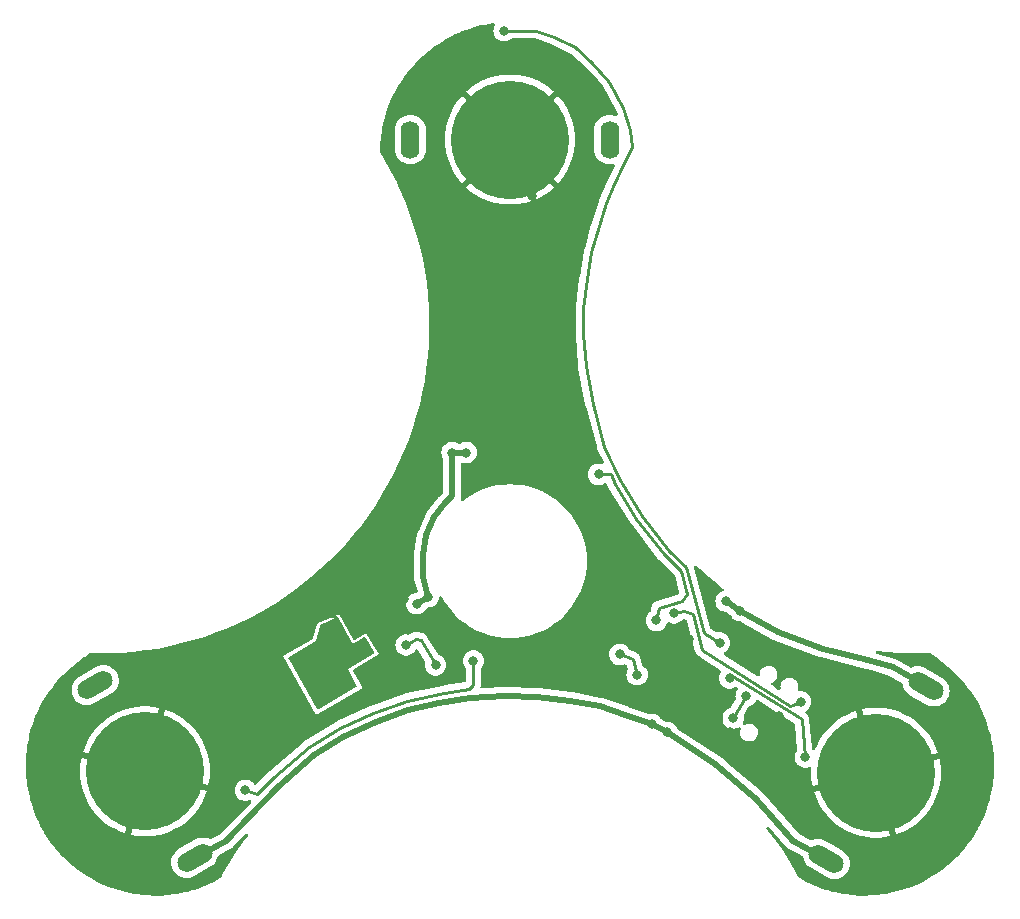
<source format=gbr>
%TF.GenerationSoftware,KiCad,Pcbnew,(7.0.0)*%
%TF.CreationDate,2023-05-06T08:33:59+03:00*%
%TF.ProjectId,LEDSpinner,4c454453-7069-46e6-9e65-722e6b696361,1.0*%
%TF.SameCoordinates,Original*%
%TF.FileFunction,Copper,L2,Bot*%
%TF.FilePolarity,Positive*%
%FSLAX46Y46*%
G04 Gerber Fmt 4.6, Leading zero omitted, Abs format (unit mm)*
G04 Created by KiCad (PCBNEW (7.0.0)) date 2023-05-06 08:33:59*
%MOMM*%
%LPD*%
G01*
G04 APERTURE LIST*
G04 Aperture macros list*
%AMHorizOval*
0 Thick line with rounded ends*
0 $1 width*
0 $2 $3 position (X,Y) of the first rounded end (center of the circle)*
0 $4 $5 position (X,Y) of the second rounded end (center of the circle)*
0 Add line between two ends*
20,1,$1,$2,$3,$4,$5,0*
0 Add two circle primitives to create the rounded ends*
1,1,$1,$2,$3*
1,1,$1,$4,$5*%
G04 Aperture macros list end*
%TA.AperFunction,ComponentPad*%
%ADD10HorizOval,1.600000X-0.692820X0.400000X0.692820X-0.400000X0*%
%TD*%
%TA.AperFunction,SMDPad,CuDef*%
%ADD11C,10.000000*%
%TD*%
%TA.AperFunction,ComponentPad*%
%ADD12O,1.600000X3.200000*%
%TD*%
%TA.AperFunction,ComponentPad*%
%ADD13HorizOval,1.600000X0.692820X0.400000X-0.692820X-0.400000X0*%
%TD*%
%TA.AperFunction,ViaPad*%
%ADD14C,0.800000*%
%TD*%
%TA.AperFunction,Conductor*%
%ADD15C,0.250000*%
%TD*%
%TA.AperFunction,Conductor*%
%ADD16C,0.500000*%
%TD*%
G04 APERTURE END LIST*
D10*
%TO.P,BT3,1,+*%
%TO.N,+3V0*%
X135217499Y-110595075D03*
X126782499Y-125204923D03*
D11*
%TO.P,BT3,2,-*%
%TO.N,GND*%
X131000000Y-117900000D03*
%TD*%
D12*
%TO.P,BT1,1,+*%
%TO.N,+3V0*%
X91564999Y-64299999D03*
X108434999Y-64299999D03*
D11*
%TO.P,BT1,2,-*%
%TO.N,GND*%
X100000000Y-64300000D03*
%TD*%
D13*
%TO.P,BT2,1,+*%
%TO.N,+3V0*%
X73317499Y-125104923D03*
X64882499Y-110495075D03*
D11*
%TO.P,BT2,2,-*%
%TO.N,GND*%
X69100000Y-117800000D03*
%TD*%
D14*
%TO.N,GND*%
X101900000Y-71900000D03*
X101900000Y-85900000D03*
X101900000Y-57900000D03*
X118000000Y-115900000D03*
X97300000Y-71100000D03*
X111197642Y-104210815D03*
X85256458Y-105255339D03*
X97300000Y-79500000D03*
X101900000Y-77500000D03*
X115797642Y-109010815D03*
X101900000Y-60700000D03*
X91000000Y-103200000D03*
X97300000Y-62600000D03*
X96000000Y-56200000D03*
X101900000Y-83100000D03*
X108197642Y-104010815D03*
X89400000Y-109300000D03*
X101900000Y-63500000D03*
X111200000Y-111200000D03*
X101900000Y-80300000D03*
X123000000Y-107400000D03*
X112797642Y-107210815D03*
X122000000Y-108400000D03*
X118600000Y-114500000D03*
X101900000Y-66300000D03*
X122800000Y-113100000D03*
X101900000Y-69100000D03*
X91000000Y-108900000D03*
X113397642Y-109610815D03*
X117300000Y-105200000D03*
X115197642Y-106610815D03*
X96300000Y-92562499D03*
X101900000Y-74700000D03*
X77150000Y-113200000D03*
%TO.N,NRST*%
X124600000Y-111900000D03*
X113900000Y-104400000D03*
%TO.N,+3V0*%
X112000000Y-113800000D03*
X118300000Y-103400000D03*
X119500000Y-104200000D03*
X113300000Y-114500000D03*
%TO.N,VOUT*%
X95100000Y-90800000D03*
X93100000Y-103000000D03*
X92100000Y-103600000D03*
X96300000Y-90800000D03*
%TO.N,LED_DIN*%
X117747642Y-106910815D03*
X99500000Y-55100000D03*
%TO.N,SWDIO*%
X118900000Y-113300000D03*
X120000000Y-111400000D03*
%TO.N,MOD_BTN*%
X96900000Y-108450000D03*
X77600000Y-119400000D03*
%TO.N,SET_BTN*%
X118600000Y-109900000D03*
X125000000Y-116600000D03*
%TO.N,Net-(U1-PA7)*%
X109300000Y-107900000D03*
X110759941Y-109610815D03*
%TO.N,HALL_OUT*%
X107500000Y-92651596D03*
X112397642Y-105010815D03*
%TO.N,LED_EN*%
X91200000Y-107100000D03*
X93700000Y-108800000D03*
%TD*%
D15*
%TO.N,NRST*%
X116300000Y-107500000D02*
X115500000Y-104500000D01*
X123728812Y-112254381D02*
X116300000Y-107500000D01*
X115500000Y-104500000D02*
X114700000Y-104200000D01*
X124600000Y-111900000D02*
X123728812Y-112254381D01*
X114700000Y-104200000D02*
X113900000Y-104400000D01*
D16*
%TO.N,+3V0*%
X126500000Y-107400000D02*
X130000000Y-108300000D01*
X85900000Y-114900000D02*
X88700000Y-113600000D01*
X122700000Y-106000000D02*
X126500000Y-107400000D01*
X119500000Y-104200000D02*
X122700000Y-106000000D01*
X126782500Y-125204924D02*
X124000000Y-123700000D01*
X94000000Y-112000000D02*
X96600000Y-111600000D01*
X102300000Y-111500000D02*
X105100000Y-111800000D01*
X80400000Y-119100000D02*
X83400000Y-116400000D01*
X96600000Y-111600000D02*
X99600000Y-111400000D01*
X124000000Y-123700000D02*
X120800000Y-120100000D01*
X119500000Y-104200000D02*
X118300000Y-103400000D01*
X105100000Y-111800000D02*
X107600000Y-112300000D01*
X73317500Y-125104924D02*
X76000000Y-123700000D01*
X91400000Y-112600000D02*
X94000000Y-112000000D01*
X117400000Y-117200000D02*
X113300000Y-114500000D01*
X88700000Y-113600000D02*
X91400000Y-112600000D01*
X132400000Y-109000000D02*
X135217500Y-110595076D01*
X112000000Y-113800000D02*
X113300000Y-114500000D01*
X76000000Y-123700000D02*
X77900000Y-121700000D01*
X120800000Y-120100000D02*
X117400000Y-117200000D01*
X99600000Y-111400000D02*
X102300000Y-111500000D01*
X83400000Y-116400000D02*
X85900000Y-114900000D01*
X77900000Y-121700000D02*
X80400000Y-119100000D01*
X107600000Y-112300000D02*
X109700000Y-113000000D01*
X109700000Y-113000000D02*
X112000000Y-113800000D01*
X130000000Y-108300000D02*
X132400000Y-109000000D01*
%TO.N,VOUT*%
X92100000Y-103600000D02*
X93100000Y-103000000D01*
X95100000Y-90800000D02*
X96300000Y-90800000D01*
X93100000Y-103000000D02*
X92600000Y-101300000D01*
X92900000Y-97800000D02*
X93600000Y-96300000D01*
X95100000Y-94500000D02*
X95100000Y-90800000D01*
X92600000Y-99500000D02*
X92900000Y-97800000D01*
X93600000Y-96300000D02*
X94500000Y-95100000D01*
X94500000Y-95100000D02*
X95100000Y-94500000D01*
X92600000Y-101300000D02*
X92600000Y-99500000D01*
D15*
%TO.N,LED_DIN*%
X108100000Y-69700000D02*
X107500000Y-71600000D01*
X110300000Y-64900000D02*
X109600000Y-66500000D01*
X109300000Y-93100000D02*
X111200000Y-96200000D01*
X107500000Y-71600000D02*
X106900000Y-73800000D01*
X113500000Y-99100000D02*
X114900000Y-100500000D01*
X103700000Y-55600000D02*
X105500000Y-56500000D01*
X106900000Y-57700000D02*
X108400000Y-59400000D01*
X106200000Y-80800000D02*
X106400000Y-83500000D01*
X102200000Y-55100000D02*
X103700000Y-55600000D01*
X108800000Y-68100000D02*
X108100000Y-69700000D01*
X106200000Y-78600000D02*
X106200000Y-80800000D01*
X106900000Y-73800000D02*
X106500000Y-76100000D01*
X116400000Y-106100000D02*
X114900000Y-100500000D01*
X106500000Y-76100000D02*
X106200000Y-78600000D01*
X109600000Y-66500000D02*
X108800000Y-68100000D01*
X109600000Y-61600000D02*
X110200000Y-63500000D01*
X106400000Y-83500000D02*
X107000000Y-86700000D01*
X108400000Y-59400000D02*
X109600000Y-61600000D01*
X99500000Y-55100000D02*
X102200000Y-55100000D01*
X111200000Y-96200000D02*
X113500000Y-99100000D01*
X117747642Y-106910815D02*
X116400000Y-106100000D01*
X107000000Y-86700000D02*
X108000000Y-90300000D01*
X108000000Y-90300000D02*
X109300000Y-93100000D01*
X105500000Y-56500000D02*
X106900000Y-57700000D01*
X110200000Y-63500000D02*
X110300000Y-64900000D01*
%TO.N,SWDIO*%
X118900000Y-113300000D02*
X120000000Y-111400000D01*
%TO.N,MOD_BTN*%
X83000000Y-115700000D02*
X80000000Y-118300000D01*
X78550000Y-119750000D02*
X77600000Y-119400000D01*
X96900000Y-110450000D02*
X96500000Y-110850000D01*
X85600000Y-114150000D02*
X83000000Y-115700000D01*
X94450000Y-111150000D02*
X91300000Y-111800000D01*
X96500000Y-110850000D02*
X94450000Y-111150000D01*
X96900000Y-108450000D02*
X96900000Y-110450000D01*
X88400000Y-112850000D02*
X85600000Y-114150000D01*
X91300000Y-111800000D02*
X88400000Y-112850000D01*
X80000000Y-118300000D02*
X78550000Y-119750000D01*
%TO.N,SET_BTN*%
X118600000Y-109900000D02*
X119000000Y-109800000D01*
X119000000Y-109800000D02*
X124700000Y-113400000D01*
X124700000Y-113400000D02*
X125000000Y-116600000D01*
%TO.N,Net-(U1-PA7)*%
X110400000Y-108300000D02*
X109300000Y-107900000D01*
X110759941Y-109610815D02*
X110400000Y-108300000D01*
%TO.N,HALL_OUT*%
X114500000Y-100800000D02*
X115000000Y-102800000D01*
X112397642Y-105010815D02*
X112600000Y-104000000D01*
X108514987Y-92648403D02*
X107500000Y-92651596D01*
X115000000Y-102800000D02*
X114600000Y-103400000D01*
X113000000Y-99400000D02*
X114500000Y-100800000D01*
X110700000Y-96400000D02*
X113000000Y-99400000D01*
X114600000Y-103400000D02*
X112600000Y-104000000D01*
X108900000Y-93500000D02*
X110700000Y-96400000D01*
X108514987Y-92648403D02*
X108900000Y-93500000D01*
%TO.N,LED_EN*%
X93700000Y-108800000D02*
X92450000Y-106675000D01*
X91200000Y-107100000D02*
X92050000Y-106600000D01*
X92050000Y-106600000D02*
X92450000Y-106675000D01*
%TD*%
%TA.AperFunction,Conductor*%
%TO.N,GND*%
G36*
X85400940Y-104751627D02*
G01*
X85400946Y-104751638D01*
X86559249Y-106756393D01*
X86700000Y-107000000D01*
X87642338Y-106461520D01*
X87704411Y-106445184D01*
X87766337Y-106462073D01*
X87811521Y-106507662D01*
X88489189Y-107693582D01*
X88505527Y-107755175D01*
X88489118Y-107816748D01*
X88444296Y-107862043D01*
X86263837Y-109141878D01*
X86250000Y-109150000D01*
X86257749Y-109164045D01*
X86257750Y-109164048D01*
X86992104Y-110495064D01*
X87007528Y-110555968D01*
X86991121Y-110616614D01*
X86947096Y-110661435D01*
X83809314Y-112534737D01*
X83746473Y-112552266D01*
X83683433Y-112535472D01*
X83637642Y-112489003D01*
X81259756Y-108256367D01*
X81243867Y-108194847D01*
X81260536Y-108133533D01*
X81305381Y-108088527D01*
X83600000Y-106750000D01*
X83886404Y-105508912D01*
X83910848Y-105458780D01*
X83954789Y-105424431D01*
X85400000Y-104750000D01*
X85400940Y-104751627D01*
G37*
%TD.AperFunction*%
%TD*%
%TA.AperFunction,Conductor*%
%TO.N,GND*%
G36*
X98671813Y-54463441D02*
G01*
X98723119Y-54507656D01*
X98743539Y-54572234D01*
X98726980Y-54637909D01*
X98676069Y-54726089D01*
X98676066Y-54726094D01*
X98672821Y-54731716D01*
X98670815Y-54737888D01*
X98670813Y-54737894D01*
X98616333Y-54905564D01*
X98616331Y-54905573D01*
X98614326Y-54911744D01*
X98613648Y-54918194D01*
X98613646Y-54918204D01*
X98595962Y-55086464D01*
X98594540Y-55100000D01*
X98595219Y-55106460D01*
X98613646Y-55281795D01*
X98613647Y-55281803D01*
X98614326Y-55288256D01*
X98616331Y-55294428D01*
X98616333Y-55294435D01*
X98659951Y-55428675D01*
X98672821Y-55468284D01*
X98676068Y-55473908D01*
X98676069Y-55473910D01*
X98730407Y-55568027D01*
X98767467Y-55632216D01*
X98771811Y-55637041D01*
X98771813Y-55637043D01*
X98852229Y-55726354D01*
X98894129Y-55772888D01*
X99047270Y-55884151D01*
X99220197Y-55961144D01*
X99405354Y-56000500D01*
X99588143Y-56000500D01*
X99594646Y-56000500D01*
X99779803Y-55961144D01*
X99952730Y-55884151D01*
X100105871Y-55772888D01*
X100111601Y-55766523D01*
X100113271Y-55765310D01*
X100115050Y-55763709D01*
X100115218Y-55763895D01*
X100153315Y-55736219D01*
X100203748Y-55725500D01*
X102078374Y-55725500D01*
X102117586Y-55731863D01*
X103451668Y-56176557D01*
X103467910Y-56183285D01*
X105137742Y-57018201D01*
X105162980Y-57034958D01*
X106453266Y-58140917D01*
X106465540Y-58153016D01*
X107101877Y-58874198D01*
X107875295Y-59750740D01*
X107891174Y-59773403D01*
X109016050Y-61835674D01*
X109025435Y-61857712D01*
X109119264Y-62154837D01*
X109123500Y-62211531D01*
X109101990Y-62264157D01*
X109059254Y-62301652D01*
X109004277Y-62316134D01*
X108948615Y-62304559D01*
X108886406Y-62275550D01*
X108886400Y-62275547D01*
X108881496Y-62273261D01*
X108876271Y-62271861D01*
X108876263Y-62271858D01*
X108666916Y-62215764D01*
X108666907Y-62215762D01*
X108661692Y-62214365D01*
X108656304Y-62213893D01*
X108656301Y-62213893D01*
X108440395Y-62195004D01*
X108435000Y-62194532D01*
X108429605Y-62195004D01*
X108213698Y-62213893D01*
X108213693Y-62213893D01*
X108208308Y-62214365D01*
X108203094Y-62215762D01*
X108203083Y-62215764D01*
X107993736Y-62271858D01*
X107993724Y-62271862D01*
X107988504Y-62273261D01*
X107983599Y-62275547D01*
X107983594Y-62275550D01*
X107787176Y-62367142D01*
X107787172Y-62367144D01*
X107782266Y-62369432D01*
X107777833Y-62372535D01*
X107777826Y-62372540D01*
X107600296Y-62496847D01*
X107600291Y-62496850D01*
X107595861Y-62499953D01*
X107592037Y-62503776D01*
X107592031Y-62503782D01*
X107438782Y-62657031D01*
X107438776Y-62657037D01*
X107434953Y-62660861D01*
X107431850Y-62665291D01*
X107431847Y-62665296D01*
X107307540Y-62842826D01*
X107307535Y-62842833D01*
X107304432Y-62847266D01*
X107302144Y-62852172D01*
X107302142Y-62852176D01*
X107210550Y-63048594D01*
X107210547Y-63048599D01*
X107208261Y-63053504D01*
X107206862Y-63058724D01*
X107206858Y-63058736D01*
X107150764Y-63268083D01*
X107150762Y-63268094D01*
X107149365Y-63273308D01*
X107148893Y-63278693D01*
X107148893Y-63278698D01*
X107134736Y-63440515D01*
X107134500Y-63443216D01*
X107134500Y-65156784D01*
X107134735Y-65159479D01*
X107134736Y-65159484D01*
X107140707Y-65227738D01*
X107149365Y-65326692D01*
X107150762Y-65331907D01*
X107150764Y-65331916D01*
X107206858Y-65541263D01*
X107206861Y-65541271D01*
X107208261Y-65546496D01*
X107304432Y-65752734D01*
X107434953Y-65939139D01*
X107595861Y-66100047D01*
X107782266Y-66230568D01*
X107988504Y-66326739D01*
X108208308Y-66385635D01*
X108435000Y-66405468D01*
X108661692Y-66385635D01*
X108737374Y-66365355D01*
X108793792Y-66363540D01*
X108845170Y-66386921D01*
X108880860Y-66430654D01*
X108893466Y-66485676D01*
X108880376Y-66540585D01*
X108274180Y-67752977D01*
X108267244Y-67763951D01*
X108267417Y-67764054D01*
X108263419Y-67770752D01*
X108258616Y-67776894D01*
X108255493Y-67784030D01*
X108255488Y-67784040D01*
X108234634Y-67831705D01*
X108231946Y-67837445D01*
X108224677Y-67851984D01*
X108224672Y-67851994D01*
X108222938Y-67855464D01*
X108221652Y-67859120D01*
X108221646Y-67859136D01*
X108219140Y-67866266D01*
X108215764Y-67874837D01*
X107548727Y-69399494D01*
X107540368Y-69415362D01*
X107531453Y-69429669D01*
X107531447Y-69429680D01*
X107527329Y-69436291D01*
X107524982Y-69443721D01*
X107524978Y-69443731D01*
X107515302Y-69474371D01*
X107513563Y-69479488D01*
X107512726Y-69481781D01*
X107511171Y-69485339D01*
X107510075Y-69489053D01*
X107510066Y-69489080D01*
X107502065Y-69516216D01*
X107501373Y-69518483D01*
X106927246Y-71336551D01*
X106923602Y-71346569D01*
X106921185Y-71352415D01*
X106917332Y-71359185D01*
X106915282Y-71366699D01*
X106915279Y-71366708D01*
X106900445Y-71421097D01*
X106899061Y-71425801D01*
X106892862Y-71445434D01*
X106892856Y-71445455D01*
X106891685Y-71449166D01*
X106890986Y-71452995D01*
X106890985Y-71453004D01*
X106890412Y-71456148D01*
X106888053Y-71466538D01*
X106312080Y-73578439D01*
X106305496Y-73596768D01*
X106300495Y-73607862D01*
X106297289Y-73614975D01*
X106295952Y-73622656D01*
X106295952Y-73622660D01*
X106289791Y-73658084D01*
X106287266Y-73669424D01*
X106287213Y-73669615D01*
X106287207Y-73669641D01*
X106286187Y-73673384D01*
X106285642Y-73677228D01*
X106285641Y-73677237D01*
X106282333Y-73700608D01*
X106281723Y-73704473D01*
X105896542Y-75919267D01*
X105892957Y-75932148D01*
X105893088Y-75932181D01*
X105891194Y-75939752D01*
X105888370Y-75947018D01*
X105887441Y-75954755D01*
X105887441Y-75954757D01*
X105881309Y-76005854D01*
X105880359Y-76012319D01*
X105877677Y-76027744D01*
X105877008Y-76031594D01*
X105876826Y-76035489D01*
X105876826Y-76035493D01*
X105876448Y-76043596D01*
X105875700Y-76052586D01*
X105584852Y-78476332D01*
X105581840Y-78492394D01*
X105576439Y-78513427D01*
X105576438Y-78513431D01*
X105574500Y-78520981D01*
X105574500Y-78528782D01*
X105574500Y-78561241D01*
X105574449Y-78563023D01*
X105574267Y-78564544D01*
X105574291Y-78568425D01*
X105574291Y-78568429D01*
X105574498Y-78601596D01*
X105574500Y-78602369D01*
X105574500Y-80733352D01*
X105572554Y-80755231D01*
X105570372Y-80767404D01*
X105570948Y-80775181D01*
X105570948Y-80775184D01*
X105574161Y-80818556D01*
X105574500Y-80827716D01*
X105574500Y-80839350D01*
X105574988Y-80843214D01*
X105574989Y-80843228D01*
X105577003Y-80859178D01*
X105577641Y-80865552D01*
X105772329Y-83493828D01*
X105772398Y-83511162D01*
X105770651Y-83537607D01*
X105772086Y-83545264D01*
X105772087Y-83545271D01*
X105778095Y-83577316D01*
X105778862Y-83582036D01*
X105779116Y-83585449D01*
X105779888Y-83589265D01*
X105785851Y-83618745D01*
X105786188Y-83620476D01*
X106373742Y-86754092D01*
X106375842Y-86774511D01*
X106376017Y-86783475D01*
X106376018Y-86783482D01*
X106376171Y-86791275D01*
X106378256Y-86798784D01*
X106378258Y-86798792D01*
X106388727Y-86836482D01*
X106391123Y-86846798D01*
X106391745Y-86850114D01*
X106391748Y-86850127D01*
X106392465Y-86853948D01*
X106393655Y-86857650D01*
X106393656Y-86857654D01*
X106399912Y-86877115D01*
X106401336Y-86881870D01*
X107340526Y-90262956D01*
X107388526Y-90435754D01*
X107390972Y-90446335D01*
X107397968Y-90484069D01*
X107397969Y-90484074D01*
X107399390Y-90491734D01*
X107402672Y-90498803D01*
X107426667Y-90550486D01*
X107428571Y-90554801D01*
X107453579Y-90614512D01*
X107458284Y-90620728D01*
X107460720Y-90624960D01*
X107465719Y-90634598D01*
X107922475Y-91618381D01*
X107933953Y-91674227D01*
X107919228Y-91729306D01*
X107881414Y-91771974D01*
X107828504Y-91793212D01*
X107780065Y-91789218D01*
X107779803Y-91790452D01*
X107601008Y-91752448D01*
X107601005Y-91752447D01*
X107594646Y-91751096D01*
X107405354Y-91751096D01*
X107398995Y-91752447D01*
X107398991Y-91752448D01*
X107226559Y-91789099D01*
X107226552Y-91789101D01*
X107220197Y-91790452D01*
X107214262Y-91793094D01*
X107214254Y-91793097D01*
X107053207Y-91864801D01*
X107053202Y-91864803D01*
X107047270Y-91867445D01*
X107042016Y-91871261D01*
X107042011Y-91871265D01*
X106899388Y-91974886D01*
X106899381Y-91974891D01*
X106894129Y-91978708D01*
X106889784Y-91983533D01*
X106889779Y-91983538D01*
X106771813Y-92114552D01*
X106771808Y-92114558D01*
X106767467Y-92119380D01*
X106764222Y-92125000D01*
X106764218Y-92125006D01*
X106676069Y-92277685D01*
X106676066Y-92277690D01*
X106672821Y-92283312D01*
X106670815Y-92289484D01*
X106670813Y-92289490D01*
X106616333Y-92457160D01*
X106616331Y-92457169D01*
X106614326Y-92463340D01*
X106613648Y-92469790D01*
X106613646Y-92469800D01*
X106595962Y-92638060D01*
X106594540Y-92651596D01*
X106595219Y-92658056D01*
X106613646Y-92833391D01*
X106613647Y-92833399D01*
X106614326Y-92839852D01*
X106616331Y-92846024D01*
X106616333Y-92846031D01*
X106666042Y-92999017D01*
X106672821Y-93019880D01*
X106767467Y-93183812D01*
X106894129Y-93324484D01*
X107047270Y-93435747D01*
X107220197Y-93512740D01*
X107405354Y-93552096D01*
X107588143Y-93552096D01*
X107594646Y-93552096D01*
X107779803Y-93512740D01*
X107952730Y-93435747D01*
X108004032Y-93398473D01*
X108054141Y-93376902D01*
X108108664Y-93378927D01*
X108157040Y-93404157D01*
X108189903Y-93447710D01*
X108311425Y-93716501D01*
X108316744Y-93730445D01*
X108326878Y-93762728D01*
X108367628Y-93828380D01*
X108367892Y-93828809D01*
X108408154Y-93894439D01*
X108409093Y-93895348D01*
X108409908Y-93896500D01*
X110138304Y-96681136D01*
X110147026Y-96697924D01*
X110155522Y-96717864D01*
X110160265Y-96724050D01*
X110160267Y-96724054D01*
X110181105Y-96751235D01*
X110184970Y-96756825D01*
X110184988Y-96756813D01*
X110187245Y-96759986D01*
X110189302Y-96763299D01*
X110207723Y-96786025D01*
X110209773Y-96788626D01*
X112484082Y-99755118D01*
X112490168Y-99763800D01*
X112506146Y-99788809D01*
X112515443Y-99803359D01*
X112521142Y-99808678D01*
X112562217Y-99847015D01*
X112565784Y-99850481D01*
X112610771Y-99895979D01*
X112617467Y-99899989D01*
X112622775Y-99904155D01*
X112630832Y-99911055D01*
X113911224Y-101106088D01*
X113933453Y-101133794D01*
X113946915Y-101166665D01*
X114312761Y-102630048D01*
X114314644Y-102681285D01*
X114295637Y-102728905D01*
X114229273Y-102828451D01*
X114199865Y-102859340D01*
X114161730Y-102878438D01*
X112483190Y-103382001D01*
X112461987Y-103386389D01*
X112456507Y-103387030D01*
X112456500Y-103387031D01*
X112448763Y-103387938D01*
X112441492Y-103390740D01*
X112441490Y-103390741D01*
X112401790Y-103406043D01*
X112392840Y-103409105D01*
X112386313Y-103411063D01*
X112386287Y-103411072D01*
X112382573Y-103412187D01*
X112379026Y-103413758D01*
X112379006Y-103413766D01*
X112363432Y-103420667D01*
X112357804Y-103422997D01*
X112308581Y-103441971D01*
X112308575Y-103441973D01*
X112301301Y-103444778D01*
X112294951Y-103449302D01*
X112288111Y-103452983D01*
X112281480Y-103456982D01*
X112274347Y-103460144D01*
X112268225Y-103464978D01*
X112268221Y-103464981D01*
X112226806Y-103497688D01*
X112221927Y-103501350D01*
X112178956Y-103531977D01*
X112178950Y-103531981D01*
X112172606Y-103536504D01*
X112167582Y-103542464D01*
X112161888Y-103547716D01*
X112156442Y-103553256D01*
X112150322Y-103558091D01*
X112145597Y-103564292D01*
X112145594Y-103564296D01*
X112113610Y-103606279D01*
X112109797Y-103611036D01*
X112075797Y-103651384D01*
X112075791Y-103651391D01*
X112070767Y-103657355D01*
X112067382Y-103664379D01*
X112063150Y-103670917D01*
X112059273Y-103677604D01*
X112054551Y-103683804D01*
X112051518Y-103690981D01*
X112051514Y-103690990D01*
X112030976Y-103739607D01*
X112028467Y-103745162D01*
X112005564Y-103792709D01*
X112005561Y-103792715D01*
X112002181Y-103799734D01*
X112000650Y-103807377D01*
X111998193Y-103814715D01*
X111996088Y-103822199D01*
X111993053Y-103829386D01*
X111991900Y-103837094D01*
X111991897Y-103837108D01*
X111984095Y-103889307D01*
X111983045Y-103895316D01*
X111921421Y-104203136D01*
X111904228Y-104245712D01*
X111872720Y-104279112D01*
X111797030Y-104334104D01*
X111797017Y-104334114D01*
X111791771Y-104337927D01*
X111787427Y-104342750D01*
X111787424Y-104342754D01*
X111669455Y-104473771D01*
X111669450Y-104473777D01*
X111665109Y-104478599D01*
X111661864Y-104484219D01*
X111661860Y-104484225D01*
X111573711Y-104636904D01*
X111573708Y-104636909D01*
X111570463Y-104642531D01*
X111568457Y-104648703D01*
X111568455Y-104648709D01*
X111513975Y-104816379D01*
X111513973Y-104816388D01*
X111511968Y-104822559D01*
X111511290Y-104829009D01*
X111511288Y-104829019D01*
X111496206Y-104972527D01*
X111492182Y-105010815D01*
X111492861Y-105017275D01*
X111511288Y-105192610D01*
X111511289Y-105192618D01*
X111511968Y-105199071D01*
X111513973Y-105205243D01*
X111513975Y-105205250D01*
X111568455Y-105372920D01*
X111570463Y-105379099D01*
X111665109Y-105543031D01*
X111669453Y-105547856D01*
X111669455Y-105547858D01*
X111766494Y-105655630D01*
X111791771Y-105683703D01*
X111944912Y-105794966D01*
X112117839Y-105871959D01*
X112302996Y-105911315D01*
X112485785Y-105911315D01*
X112492288Y-105911315D01*
X112677445Y-105871959D01*
X112850372Y-105794966D01*
X113003513Y-105683703D01*
X113130175Y-105543031D01*
X113224821Y-105379099D01*
X113266192Y-105251771D01*
X113294175Y-105204736D01*
X113339683Y-105174328D01*
X113393849Y-105166473D01*
X113444647Y-105182245D01*
X113447270Y-105184151D01*
X113620197Y-105261144D01*
X113805354Y-105300500D01*
X113988143Y-105300500D01*
X113994646Y-105300500D01*
X114179803Y-105261144D01*
X114352730Y-105184151D01*
X114505871Y-105072888D01*
X114632533Y-104932216D01*
X114633269Y-104932879D01*
X114667393Y-104902602D01*
X114718506Y-104887241D01*
X114771341Y-104894786D01*
X114918835Y-104950097D01*
X114967173Y-104982927D01*
X114995108Y-105034251D01*
X115694359Y-107656443D01*
X115694767Y-107658013D01*
X115704772Y-107697607D01*
X115712920Y-107729850D01*
X115716650Y-107736697D01*
X115716651Y-107736699D01*
X115730519Y-107762155D01*
X115736492Y-107774760D01*
X115747412Y-107801610D01*
X115747416Y-107801618D01*
X115750355Y-107808843D01*
X115754999Y-107815112D01*
X115766390Y-107830489D01*
X115775639Y-107844976D01*
X115779998Y-107852978D01*
X115788526Y-107868630D01*
X115793847Y-107874340D01*
X115813604Y-107895542D01*
X115822522Y-107906262D01*
X115839782Y-107929561D01*
X115839787Y-107929566D01*
X115844429Y-107935832D01*
X115865348Y-107952813D01*
X115877897Y-107964534D01*
X115896269Y-107984248D01*
X115919549Y-107999147D01*
X115927261Y-108004082D01*
X115938561Y-108012245D01*
X115967128Y-108035435D01*
X115981329Y-108041957D01*
X115991601Y-108046675D01*
X116006690Y-108054917D01*
X116634109Y-108456460D01*
X117819119Y-109214857D01*
X117861503Y-109260598D01*
X117876263Y-109321187D01*
X117859664Y-109381298D01*
X117776069Y-109526089D01*
X117776066Y-109526094D01*
X117772821Y-109531716D01*
X117770815Y-109537888D01*
X117770813Y-109537894D01*
X117716333Y-109705564D01*
X117716331Y-109705573D01*
X117714326Y-109711744D01*
X117713648Y-109718194D01*
X117713646Y-109718204D01*
X117698413Y-109863150D01*
X117694540Y-109900000D01*
X117695219Y-109906460D01*
X117713646Y-110081795D01*
X117713647Y-110081803D01*
X117714326Y-110088256D01*
X117716331Y-110094428D01*
X117716333Y-110094435D01*
X117768564Y-110255182D01*
X117772821Y-110268284D01*
X117776068Y-110273908D01*
X117776069Y-110273910D01*
X117855248Y-110411053D01*
X117867467Y-110432216D01*
X117871811Y-110437041D01*
X117871813Y-110437043D01*
X117958869Y-110533728D01*
X117994129Y-110572888D01*
X118147270Y-110684151D01*
X118320197Y-110761144D01*
X118505354Y-110800500D01*
X118688143Y-110800500D01*
X118694646Y-110800500D01*
X118879803Y-110761144D01*
X119052730Y-110684151D01*
X119066469Y-110674168D01*
X119110948Y-110653782D01*
X119159856Y-110652190D01*
X119205570Y-110669642D01*
X119235364Y-110688460D01*
X119280136Y-110738002D01*
X119292722Y-110803582D01*
X119269865Y-110865120D01*
X119267467Y-110867784D01*
X119264219Y-110873409D01*
X119264218Y-110873411D01*
X119176069Y-111026089D01*
X119176066Y-111026094D01*
X119172821Y-111031716D01*
X119170815Y-111037888D01*
X119170813Y-111037894D01*
X119116333Y-111205564D01*
X119116331Y-111205573D01*
X119114326Y-111211744D01*
X119113648Y-111218194D01*
X119113646Y-111218204D01*
X119098433Y-111362956D01*
X119094540Y-111400000D01*
X119095219Y-111406460D01*
X119113646Y-111581795D01*
X119113647Y-111581803D01*
X119114326Y-111588256D01*
X119116331Y-111594428D01*
X119116334Y-111594440D01*
X119116621Y-111595321D01*
X119116717Y-111596239D01*
X119117685Y-111600792D01*
X119117204Y-111600894D01*
X119122002Y-111646672D01*
X119106002Y-111695763D01*
X119055721Y-111782613D01*
X118711209Y-112377679D01*
X118676725Y-112415909D01*
X118632730Y-112435483D01*
X118632735Y-112435496D01*
X118632613Y-112435535D01*
X118629686Y-112436838D01*
X118626558Y-112437503D01*
X118626550Y-112437505D01*
X118620197Y-112438856D01*
X118614268Y-112441495D01*
X118614261Y-112441498D01*
X118453207Y-112513205D01*
X118453202Y-112513207D01*
X118447270Y-112515849D01*
X118442016Y-112519665D01*
X118442011Y-112519669D01*
X118299388Y-112623290D01*
X118299381Y-112623295D01*
X118294129Y-112627112D01*
X118289784Y-112631937D01*
X118289779Y-112631942D01*
X118171813Y-112762956D01*
X118171808Y-112762962D01*
X118167467Y-112767784D01*
X118164222Y-112773404D01*
X118164218Y-112773410D01*
X118076069Y-112926089D01*
X118076066Y-112926094D01*
X118072821Y-112931716D01*
X118070815Y-112937888D01*
X118070813Y-112937894D01*
X118016333Y-113105564D01*
X118016331Y-113105573D01*
X118014326Y-113111744D01*
X118013648Y-113118194D01*
X118013646Y-113118204D01*
X117999425Y-113253520D01*
X117994540Y-113300000D01*
X117995219Y-113306460D01*
X118013646Y-113481795D01*
X118013647Y-113481803D01*
X118014326Y-113488256D01*
X118016331Y-113494428D01*
X118016333Y-113494435D01*
X118070813Y-113662105D01*
X118072821Y-113668284D01*
X118076068Y-113673908D01*
X118076069Y-113673910D01*
X118162313Y-113823290D01*
X118167467Y-113832216D01*
X118171811Y-113837041D01*
X118171813Y-113837043D01*
X118231988Y-113903874D01*
X118294129Y-113972888D01*
X118447270Y-114084151D01*
X118620197Y-114161144D01*
X118805354Y-114200500D01*
X118988143Y-114200500D01*
X118994646Y-114200500D01*
X119179803Y-114161144D01*
X119352730Y-114084151D01*
X119357987Y-114080330D01*
X119358627Y-114079962D01*
X119414858Y-114063482D01*
X119472377Y-114074662D01*
X119518341Y-114111006D01*
X119542485Y-114164396D01*
X119539419Y-114222912D01*
X119494207Y-114373926D01*
X119494205Y-114373934D01*
X119492136Y-114380847D01*
X119491716Y-114388053D01*
X119491715Y-114388061D01*
X119482354Y-114548782D01*
X119482354Y-114548790D01*
X119481935Y-114555992D01*
X119512401Y-114728768D01*
X119581889Y-114889861D01*
X119586202Y-114895654D01*
X119586203Y-114895656D01*
X119631886Y-114957019D01*
X119686656Y-115030587D01*
X119821052Y-115143359D01*
X119977833Y-115222097D01*
X120148545Y-115262557D01*
X120276377Y-115262557D01*
X120279975Y-115262557D01*
X120410521Y-115247298D01*
X120575383Y-115187294D01*
X120721962Y-115090887D01*
X120842358Y-114963275D01*
X120930078Y-114811338D01*
X120980396Y-114643267D01*
X120990597Y-114468122D01*
X120960131Y-114295346D01*
X120890643Y-114134253D01*
X120785876Y-113993527D01*
X120761279Y-113972888D01*
X120657011Y-113885396D01*
X120657010Y-113885395D01*
X120651480Y-113880755D01*
X120645029Y-113877515D01*
X120501149Y-113805256D01*
X120501146Y-113805255D01*
X120494699Y-113802017D01*
X120487673Y-113800351D01*
X120487671Y-113800351D01*
X120331015Y-113763222D01*
X120331009Y-113763221D01*
X120323987Y-113761557D01*
X120192557Y-113761557D01*
X120188991Y-113761973D01*
X120188987Y-113761974D01*
X120069181Y-113775977D01*
X120069173Y-113775978D01*
X120062011Y-113776816D01*
X120055233Y-113779282D01*
X120055224Y-113779285D01*
X119903939Y-113834348D01*
X119903934Y-113834350D01*
X119897149Y-113836820D01*
X119891111Y-113840790D01*
X119890098Y-113841300D01*
X119828620Y-113854352D01*
X119768638Y-113835585D01*
X119725562Y-113789820D01*
X119710458Y-113728813D01*
X119723698Y-113680921D01*
X119721287Y-113679848D01*
X119723931Y-113673910D01*
X119727179Y-113668284D01*
X119785674Y-113488256D01*
X119805460Y-113300000D01*
X119785674Y-113111744D01*
X119783378Y-113104680D01*
X119783281Y-113103755D01*
X119782315Y-113099206D01*
X119782794Y-113099104D01*
X119777997Y-113053327D01*
X119793996Y-113004236D01*
X120188791Y-112322317D01*
X120223278Y-112284086D01*
X120267270Y-112264516D01*
X120267266Y-112264503D01*
X120267392Y-112264461D01*
X120270320Y-112263159D01*
X120279803Y-112261144D01*
X120452730Y-112184151D01*
X120605871Y-112072888D01*
X120732533Y-111932216D01*
X120794173Y-111825451D01*
X120840985Y-111779256D01*
X120904841Y-111763497D01*
X120967773Y-111782613D01*
X122770643Y-112921267D01*
X124049257Y-113728813D01*
X124054386Y-113732052D01*
X124093853Y-113772029D01*
X124111630Y-113825319D01*
X124311656Y-115958932D01*
X124305912Y-116009484D01*
X124280351Y-116053474D01*
X124271814Y-116062956D01*
X124267467Y-116067784D01*
X124264222Y-116073404D01*
X124264218Y-116073410D01*
X124176069Y-116226089D01*
X124176066Y-116226094D01*
X124172821Y-116231716D01*
X124170815Y-116237888D01*
X124170813Y-116237894D01*
X124116333Y-116405564D01*
X124116331Y-116405573D01*
X124114326Y-116411744D01*
X124113648Y-116418194D01*
X124113646Y-116418204D01*
X124098702Y-116560403D01*
X124094540Y-116600000D01*
X124095219Y-116606460D01*
X124113646Y-116781795D01*
X124113647Y-116781803D01*
X124114326Y-116788256D01*
X124116331Y-116794428D01*
X124116333Y-116794435D01*
X124170813Y-116962105D01*
X124172821Y-116968284D01*
X124176068Y-116973908D01*
X124176069Y-116973910D01*
X124194762Y-117006288D01*
X124267467Y-117132216D01*
X124271811Y-117137041D01*
X124271813Y-117137043D01*
X124381086Y-117258402D01*
X124394129Y-117272888D01*
X124547270Y-117384151D01*
X124720197Y-117461144D01*
X124905354Y-117500500D01*
X125088143Y-117500500D01*
X125094646Y-117500500D01*
X125279803Y-117461144D01*
X125335377Y-117436400D01*
X125396849Y-117426172D01*
X125455536Y-117447141D01*
X125496611Y-117494011D01*
X125509698Y-117554943D01*
X125495152Y-117897363D01*
X125495152Y-117902637D01*
X125514760Y-118364217D01*
X125515206Y-118369462D01*
X125573890Y-118827738D01*
X125574777Y-118832911D01*
X125624601Y-119064095D01*
X125630881Y-119076091D01*
X125644421Y-119076202D01*
X129315485Y-118092544D01*
X131310411Y-118092544D01*
X132659825Y-123128627D01*
X132666803Y-123140359D01*
X132680425Y-123139475D01*
X133050080Y-123008868D01*
X133054959Y-123006907D01*
X133475942Y-122816611D01*
X133480661Y-122814232D01*
X133884001Y-122588912D01*
X133888465Y-122586164D01*
X134271236Y-122327455D01*
X134275497Y-122324304D01*
X134634925Y-122034086D01*
X134638896Y-122030591D01*
X134972437Y-121710918D01*
X134976079Y-121707118D01*
X135281313Y-121360305D01*
X135284623Y-121356206D01*
X135559344Y-120984758D01*
X135562292Y-120980397D01*
X135804530Y-120586978D01*
X135807092Y-120582391D01*
X136015090Y-120169850D01*
X136017259Y-120165053D01*
X136189523Y-119736357D01*
X136191269Y-119731416D01*
X136326558Y-119289651D01*
X136327887Y-119284547D01*
X136425222Y-118832911D01*
X136426109Y-118827738D01*
X136484793Y-118369462D01*
X136485239Y-118364217D01*
X136504848Y-117902637D01*
X136504848Y-117897363D01*
X136485239Y-117435782D01*
X136484793Y-117430537D01*
X136426109Y-116972261D01*
X136425222Y-116967088D01*
X136375398Y-116735903D01*
X136369117Y-116723907D01*
X136355577Y-116723796D01*
X131321952Y-118072551D01*
X131310411Y-118079215D01*
X131310411Y-118092544D01*
X129315485Y-118092544D01*
X130678046Y-117727447D01*
X130689588Y-117720784D01*
X130689588Y-117707455D01*
X129340173Y-112671371D01*
X129333195Y-112659639D01*
X129319574Y-112660523D01*
X128949905Y-112791136D01*
X128945050Y-112793088D01*
X128524057Y-112983388D01*
X128519338Y-112985767D01*
X128115998Y-113211087D01*
X128111534Y-113213835D01*
X127728763Y-113472544D01*
X127724502Y-113475695D01*
X127365074Y-113765913D01*
X127361103Y-113769408D01*
X127027562Y-114089081D01*
X127023920Y-114092881D01*
X126718686Y-114439694D01*
X126715376Y-114443793D01*
X126440655Y-114815241D01*
X126437707Y-114819602D01*
X126195469Y-115213021D01*
X126192907Y-115217608D01*
X125984909Y-115630149D01*
X125982744Y-115634938D01*
X125859420Y-115941841D01*
X125822534Y-115991862D01*
X125766010Y-116017702D01*
X125704048Y-116012870D01*
X125652213Y-115978579D01*
X125610220Y-115931942D01*
X125610219Y-115931941D01*
X125605871Y-115927112D01*
X125600613Y-115923292D01*
X125597468Y-115920460D01*
X125569640Y-115883983D01*
X125556981Y-115839884D01*
X125325963Y-113375691D01*
X125325423Y-113364416D01*
X125325327Y-113319624D01*
X125308736Y-113255585D01*
X125307738Y-113251441D01*
X125295059Y-113194509D01*
X125293363Y-113186893D01*
X125289824Y-113179934D01*
X125289276Y-113178409D01*
X125288985Y-113177467D01*
X125288654Y-113176593D01*
X125288251Y-113175701D01*
X125287650Y-113174193D01*
X125285693Y-113166637D01*
X125253686Y-113108715D01*
X125251694Y-113104958D01*
X125225260Y-113052980D01*
X125221723Y-113046025D01*
X125216568Y-113040169D01*
X125215651Y-113038817D01*
X125215143Y-113037989D01*
X125214604Y-113037223D01*
X125213989Y-113036457D01*
X125213033Y-113035147D01*
X125209257Y-113028313D01*
X125163848Y-112980168D01*
X125161012Y-112977054D01*
X125122461Y-112933257D01*
X125122457Y-112933253D01*
X125117303Y-112927398D01*
X125110854Y-112923008D01*
X125109625Y-112921923D01*
X125108928Y-112921248D01*
X125108213Y-112920639D01*
X125107425Y-112920048D01*
X125106176Y-112919019D01*
X125100823Y-112913343D01*
X125094229Y-112909178D01*
X125094225Y-112909175D01*
X125060967Y-112888170D01*
X125019572Y-112844942D01*
X125003247Y-112787359D01*
X125015797Y-112728838D01*
X125054295Y-112683013D01*
X125205871Y-112572888D01*
X125235376Y-112540119D01*
X129822643Y-112540119D01*
X131172551Y-117578046D01*
X131179215Y-117589588D01*
X131192544Y-117589588D01*
X136226539Y-116240733D01*
X136238174Y-116233923D01*
X136237777Y-116220447D01*
X136191275Y-116068601D01*
X136189518Y-116063628D01*
X136017259Y-115634946D01*
X136015090Y-115630149D01*
X135807092Y-115217608D01*
X135804530Y-115213021D01*
X135562292Y-114819602D01*
X135559344Y-114815241D01*
X135284623Y-114443793D01*
X135281313Y-114439694D01*
X134976079Y-114092881D01*
X134972437Y-114089081D01*
X134638896Y-113769408D01*
X134634925Y-113765913D01*
X134275497Y-113475695D01*
X134271236Y-113472544D01*
X133888465Y-113213835D01*
X133884001Y-113211087D01*
X133480661Y-112985767D01*
X133475942Y-112983388D01*
X133054959Y-112793092D01*
X133050079Y-112791131D01*
X132614458Y-112637216D01*
X132609431Y-112635676D01*
X132162330Y-112519261D01*
X132157179Y-112518151D01*
X131701818Y-112440072D01*
X131696610Y-112439405D01*
X131236261Y-112400223D01*
X131231006Y-112400000D01*
X130768994Y-112400000D01*
X130763738Y-112400223D01*
X130303389Y-112439405D01*
X130298181Y-112440072D01*
X129842810Y-112518153D01*
X129837684Y-112519257D01*
X129834267Y-112520147D01*
X129822659Y-112526758D01*
X129822643Y-112540119D01*
X125235376Y-112540119D01*
X125332533Y-112432216D01*
X125427179Y-112268284D01*
X125485674Y-112088256D01*
X125505460Y-111900000D01*
X125485674Y-111711744D01*
X125427179Y-111531716D01*
X125332533Y-111367784D01*
X125308932Y-111341573D01*
X125210220Y-111231942D01*
X125210219Y-111231941D01*
X125205871Y-111227112D01*
X125200613Y-111223292D01*
X125200611Y-111223290D01*
X125057988Y-111119669D01*
X125057987Y-111119668D01*
X125052730Y-111115849D01*
X125046792Y-111113205D01*
X124885745Y-111041501D01*
X124885740Y-111041499D01*
X124879803Y-111038856D01*
X124873444Y-111037504D01*
X124873440Y-111037503D01*
X124701008Y-111000852D01*
X124701005Y-111000851D01*
X124694646Y-110999500D01*
X124505354Y-110999500D01*
X124503354Y-110999925D01*
X124445500Y-110991707D01*
X124396835Y-110956023D01*
X124370777Y-110901593D01*
X124373498Y-110841308D01*
X124398205Y-110758783D01*
X124398205Y-110758781D01*
X124400278Y-110751858D01*
X124410479Y-110576713D01*
X124380013Y-110403937D01*
X124310525Y-110242844D01*
X124205758Y-110102118D01*
X124133895Y-110041818D01*
X124076893Y-109993987D01*
X124076892Y-109993986D01*
X124071362Y-109989346D01*
X124062161Y-109984725D01*
X123921031Y-109913847D01*
X123921028Y-109913846D01*
X123914581Y-109910608D01*
X123907555Y-109908942D01*
X123907553Y-109908942D01*
X123750897Y-109871813D01*
X123750891Y-109871812D01*
X123743869Y-109870148D01*
X123612439Y-109870148D01*
X123608873Y-109870564D01*
X123608869Y-109870565D01*
X123489063Y-109884568D01*
X123489055Y-109884569D01*
X123481893Y-109885407D01*
X123475115Y-109887873D01*
X123475106Y-109887876D01*
X123323822Y-109942939D01*
X123323819Y-109942940D01*
X123317031Y-109945411D01*
X123310998Y-109949378D01*
X123310990Y-109949383D01*
X123176488Y-110037847D01*
X123176482Y-110037851D01*
X123170452Y-110041818D01*
X123165499Y-110047067D01*
X123165494Y-110047072D01*
X123055013Y-110164175D01*
X123055009Y-110164179D01*
X123050056Y-110169430D01*
X123046447Y-110175680D01*
X123046444Y-110175685D01*
X122965947Y-110315111D01*
X122965944Y-110315116D01*
X122962336Y-110321367D01*
X122960265Y-110328282D01*
X122960265Y-110328284D01*
X122914089Y-110482517D01*
X122914087Y-110482525D01*
X122912018Y-110489438D01*
X122911598Y-110496644D01*
X122911597Y-110496652D01*
X122902236Y-110657373D01*
X122902236Y-110657381D01*
X122901817Y-110664583D01*
X122905733Y-110686793D01*
X122915927Y-110744602D01*
X122912690Y-110801402D01*
X122884429Y-110850778D01*
X122837092Y-110882336D01*
X122780645Y-110889434D01*
X122726969Y-110870577D01*
X122171668Y-110515189D01*
X122126623Y-110464200D01*
X122115261Y-110397119D01*
X122141004Y-110334140D01*
X122196099Y-110294225D01*
X122235501Y-110279885D01*
X122382080Y-110183478D01*
X122502476Y-110055866D01*
X122590196Y-109903929D01*
X122640514Y-109735858D01*
X122650715Y-109560713D01*
X122620249Y-109387937D01*
X122550761Y-109226844D01*
X122445994Y-109086118D01*
X122431279Y-109073771D01*
X122317129Y-108977987D01*
X122317128Y-108977986D01*
X122311598Y-108973346D01*
X122305147Y-108970106D01*
X122161267Y-108897847D01*
X122161264Y-108897846D01*
X122154817Y-108894608D01*
X122147791Y-108892942D01*
X122147789Y-108892942D01*
X121991133Y-108855813D01*
X121991127Y-108855812D01*
X121984105Y-108854148D01*
X121852675Y-108854148D01*
X121849109Y-108854564D01*
X121849105Y-108854565D01*
X121729299Y-108868568D01*
X121729291Y-108868569D01*
X121722129Y-108869407D01*
X121715351Y-108871873D01*
X121715342Y-108871876D01*
X121564058Y-108926939D01*
X121564055Y-108926940D01*
X121557267Y-108929411D01*
X121551234Y-108933378D01*
X121551226Y-108933383D01*
X121416724Y-109021847D01*
X121416718Y-109021851D01*
X121410688Y-109025818D01*
X121405735Y-109031067D01*
X121405730Y-109031072D01*
X121295249Y-109148175D01*
X121295245Y-109148179D01*
X121290292Y-109153430D01*
X121286683Y-109159680D01*
X121286680Y-109159685D01*
X121206183Y-109299111D01*
X121206180Y-109299116D01*
X121202572Y-109305367D01*
X121200501Y-109312282D01*
X121200501Y-109312284D01*
X121154325Y-109466517D01*
X121154323Y-109466525D01*
X121152254Y-109473438D01*
X121151834Y-109480643D01*
X121151833Y-109480651D01*
X121142702Y-109637425D01*
X121122724Y-109698030D01*
X121075253Y-109740676D01*
X121012860Y-109754066D01*
X120952070Y-109734656D01*
X120926363Y-109718204D01*
X118137519Y-107933365D01*
X118093425Y-107884322D01*
X118080713Y-107819606D01*
X118102980Y-107757526D01*
X118153924Y-107715645D01*
X118200372Y-107694966D01*
X118353513Y-107583703D01*
X118480175Y-107443031D01*
X118574821Y-107279099D01*
X118633316Y-107099071D01*
X118653102Y-106910815D01*
X118634928Y-106737894D01*
X118633995Y-106729019D01*
X118633994Y-106729018D01*
X118633316Y-106722559D01*
X118574821Y-106542531D01*
X118480175Y-106378599D01*
X118466347Y-106363242D01*
X118357862Y-106242757D01*
X118357861Y-106242756D01*
X118353513Y-106237927D01*
X118348255Y-106234107D01*
X118348253Y-106234105D01*
X118205630Y-106130484D01*
X118205629Y-106130483D01*
X118200372Y-106126664D01*
X118194434Y-106124020D01*
X118033387Y-106052316D01*
X118033382Y-106052314D01*
X118027445Y-106049671D01*
X118021086Y-106048319D01*
X118021082Y-106048318D01*
X117848650Y-106011667D01*
X117848647Y-106011666D01*
X117842288Y-106010315D01*
X117652996Y-106010315D01*
X117561323Y-106029800D01*
X117515045Y-106030802D01*
X117471621Y-106014760D01*
X116981757Y-105720031D01*
X116946628Y-105688372D01*
X116925907Y-105645866D01*
X115558808Y-100542034D01*
X115558589Y-100478706D01*
X115589671Y-100423525D01*
X115643947Y-100390891D01*
X115707259Y-100389314D01*
X115763092Y-100419208D01*
X116067303Y-100702498D01*
X116068171Y-100703306D01*
X116069053Y-100704068D01*
X116849590Y-101378540D01*
X116849607Y-101378554D01*
X116850469Y-101379299D01*
X117657352Y-102025749D01*
X117943211Y-102237820D01*
X118056449Y-102321828D01*
X118097480Y-102374818D01*
X118104944Y-102441419D01*
X118076661Y-102502177D01*
X118022292Y-102538410D01*
X118020197Y-102538856D01*
X118014271Y-102541494D01*
X118014260Y-102541498D01*
X117853207Y-102613205D01*
X117853202Y-102613207D01*
X117847270Y-102615849D01*
X117842016Y-102619665D01*
X117842011Y-102619669D01*
X117699388Y-102723290D01*
X117699381Y-102723295D01*
X117694129Y-102727112D01*
X117689784Y-102731937D01*
X117689779Y-102731942D01*
X117571813Y-102862956D01*
X117571808Y-102862962D01*
X117567467Y-102867784D01*
X117564222Y-102873404D01*
X117564218Y-102873410D01*
X117476069Y-103026089D01*
X117476066Y-103026094D01*
X117472821Y-103031716D01*
X117470815Y-103037888D01*
X117470813Y-103037894D01*
X117416333Y-103205564D01*
X117416331Y-103205573D01*
X117414326Y-103211744D01*
X117413648Y-103218194D01*
X117413646Y-103218204D01*
X117400966Y-103338856D01*
X117394540Y-103400000D01*
X117395219Y-103406460D01*
X117413646Y-103581795D01*
X117413647Y-103581803D01*
X117414326Y-103588256D01*
X117416331Y-103594428D01*
X117416333Y-103594435D01*
X117463503Y-103739607D01*
X117472821Y-103768284D01*
X117476068Y-103773908D01*
X117476069Y-103773910D01*
X117559357Y-103918170D01*
X117567467Y-103932216D01*
X117571811Y-103937041D01*
X117571813Y-103937043D01*
X117614593Y-103984555D01*
X117694129Y-104072888D01*
X117847270Y-104184151D01*
X118020197Y-104261144D01*
X118205354Y-104300500D01*
X118260223Y-104300500D01*
X118296156Y-104305821D01*
X118329006Y-104321326D01*
X118632755Y-104523825D01*
X118671102Y-104569276D01*
X118672821Y-104568284D01*
X118767467Y-104732216D01*
X118771811Y-104737041D01*
X118771813Y-104737043D01*
X118816528Y-104786704D01*
X118894129Y-104872888D01*
X118899387Y-104876708D01*
X118899388Y-104876709D01*
X118931446Y-104900000D01*
X119047270Y-104984151D01*
X119220197Y-105061144D01*
X119405354Y-105100500D01*
X119537591Y-105100500D01*
X119598383Y-105116425D01*
X122304118Y-106638399D01*
X122311846Y-106643127D01*
X122358236Y-106673901D01*
X122365007Y-106676395D01*
X122365010Y-106676397D01*
X122386293Y-106684237D01*
X122422921Y-106697732D01*
X122427837Y-106699664D01*
X122491416Y-106726249D01*
X122498545Y-106727423D01*
X122505487Y-106729417D01*
X122505459Y-106729512D01*
X122518600Y-106732981D01*
X126186564Y-108084337D01*
X126201424Y-108090950D01*
X126228138Y-108105008D01*
X126270976Y-108116022D01*
X126276127Y-108117467D01*
X126278181Y-108118090D01*
X126281562Y-108119337D01*
X126285065Y-108120181D01*
X126285066Y-108120182D01*
X126317649Y-108128039D01*
X126319462Y-108128491D01*
X129799493Y-109023356D01*
X129803332Y-109024409D01*
X130584011Y-109252107D01*
X131961267Y-109653807D01*
X132092311Y-109692028D01*
X132118680Y-109703159D01*
X133174529Y-110300908D01*
X133217735Y-110341748D01*
X133236965Y-110398006D01*
X133238571Y-110416370D01*
X133238572Y-110416378D01*
X133239044Y-110421768D01*
X133240443Y-110426989D01*
X133240445Y-110427000D01*
X133294412Y-110628403D01*
X133297941Y-110641572D01*
X133300225Y-110646470D01*
X133300228Y-110646478D01*
X133391821Y-110842898D01*
X133391825Y-110842906D01*
X133394112Y-110847809D01*
X133397219Y-110852246D01*
X133397220Y-110852248D01*
X133501272Y-111000852D01*
X133524633Y-111034215D01*
X133685541Y-111195122D01*
X133825253Y-111292950D01*
X135309246Y-112149734D01*
X135463823Y-112221814D01*
X135469043Y-112223212D01*
X135469044Y-112223213D01*
X135678394Y-112279309D01*
X135678396Y-112279309D01*
X135683627Y-112280711D01*
X135910320Y-112300543D01*
X136137012Y-112280711D01*
X136356816Y-112221815D01*
X136563053Y-112125644D01*
X136749459Y-111995122D01*
X136910366Y-111834215D01*
X137040888Y-111647810D01*
X137137058Y-111441572D01*
X137195955Y-111221769D01*
X137215787Y-110995076D01*
X137195955Y-110768384D01*
X137139628Y-110558168D01*
X137138461Y-110553811D01*
X137138460Y-110553809D01*
X137137059Y-110548579D01*
X137080365Y-110427000D01*
X137043178Y-110347252D01*
X137043175Y-110347248D01*
X137040888Y-110342342D01*
X136910366Y-110155937D01*
X136749458Y-109995029D01*
X136609746Y-109897202D01*
X136607415Y-109895856D01*
X136607410Y-109895853D01*
X135558725Y-109290394D01*
X135125754Y-109040418D01*
X134971177Y-108968338D01*
X134965962Y-108966940D01*
X134965955Y-108966938D01*
X134756605Y-108910842D01*
X134756594Y-108910840D01*
X134751373Y-108909441D01*
X134745981Y-108908969D01*
X134745974Y-108908968D01*
X134530075Y-108890080D01*
X134524680Y-108889608D01*
X134519285Y-108890080D01*
X134303386Y-108908967D01*
X134303377Y-108908968D01*
X134297988Y-108909440D01*
X134292768Y-108910838D01*
X134292755Y-108910841D01*
X134083411Y-108966936D01*
X134083406Y-108966937D01*
X134078184Y-108968337D01*
X134073280Y-108970623D01*
X134073282Y-108970623D01*
X134020520Y-108995226D01*
X133963230Y-109006747D01*
X133907026Y-108990751D01*
X133891950Y-108982216D01*
X132770013Y-108347052D01*
X132694352Y-108304082D01*
X132658454Y-108293611D01*
X132645026Y-108288842D01*
X132617241Y-108277134D01*
X132617237Y-108277133D01*
X132610583Y-108274329D01*
X132603465Y-108273135D01*
X132603452Y-108273132D01*
X132574892Y-108268345D01*
X132560674Y-108265092D01*
X131056671Y-107826424D01*
X131004208Y-107795561D01*
X130972752Y-107743451D01*
X130969883Y-107682651D01*
X130996291Y-107627810D01*
X131045614Y-107592143D01*
X131105965Y-107584244D01*
X131885590Y-107676527D01*
X132916134Y-107759815D01*
X133949061Y-107804744D01*
X134982944Y-107811250D01*
X135462236Y-107796442D01*
X135498081Y-107800588D01*
X135531215Y-107814878D01*
X136039063Y-108128491D01*
X136050915Y-108135810D01*
X136057048Y-108139853D01*
X136473148Y-108432216D01*
X136477965Y-108435600D01*
X136587634Y-108512937D01*
X136593324Y-108517199D01*
X136712230Y-108611744D01*
X136940562Y-108793298D01*
X136940837Y-108793518D01*
X137102507Y-108922819D01*
X137107833Y-108927330D01*
X137414987Y-109202783D01*
X137591958Y-109362767D01*
X137596893Y-109367483D01*
X137875014Y-109648354D01*
X137875459Y-109648807D01*
X137943476Y-109718204D01*
X138054190Y-109831166D01*
X138058726Y-109836051D01*
X138201867Y-109998858D01*
X138312256Y-110124414D01*
X138312768Y-110125000D01*
X138487587Y-110326371D01*
X138491762Y-110331445D01*
X138543077Y-110397301D01*
X138723234Y-110628509D01*
X138723706Y-110629120D01*
X138724693Y-110630406D01*
X138890556Y-110846553D01*
X138894338Y-110851754D01*
X139104670Y-111157454D01*
X139105267Y-111158330D01*
X139261717Y-111389930D01*
X139265104Y-111395230D01*
X139454831Y-111709334D01*
X139455447Y-111710365D01*
X139599704Y-111954504D01*
X139602699Y-111959872D01*
X139771918Y-112281680D01*
X139772537Y-112282873D01*
X139903322Y-112538268D01*
X139905930Y-112543679D01*
X140054742Y-112872639D01*
X140055293Y-112873876D01*
X140156514Y-113104958D01*
X140171481Y-113139127D01*
X140173706Y-113144554D01*
X140301991Y-113479719D01*
X140302562Y-113481240D01*
X140403225Y-113754931D01*
X140405077Y-113760348D01*
X140512763Y-114100890D01*
X140513283Y-114102578D01*
X140597727Y-114383476D01*
X140599214Y-114388858D01*
X140686183Y-114733776D01*
X140686635Y-114735630D01*
X140754289Y-115022496D01*
X140755422Y-115027818D01*
X140821588Y-115376136D01*
X140821953Y-115378153D01*
X140872360Y-115669721D01*
X140873152Y-115674962D01*
X140918431Y-116025542D01*
X140918692Y-116027717D01*
X140951523Y-116322875D01*
X140951985Y-116327994D01*
X140958044Y-116415452D01*
X140976349Y-116679676D01*
X140976488Y-116682004D01*
X140991485Y-116979535D01*
X140991636Y-116984550D01*
X140995116Y-117336317D01*
X140995116Y-117338791D01*
X140992113Y-117637401D01*
X140991968Y-117642275D01*
X140974632Y-117993026D01*
X140974475Y-117995636D01*
X140953409Y-118294073D01*
X140952986Y-118298790D01*
X140914952Y-118647433D01*
X140914622Y-118650168D01*
X140875515Y-118947251D01*
X140874831Y-118951795D01*
X140816283Y-119297139D01*
X140815766Y-119299989D01*
X140758707Y-119594605D01*
X140757782Y-119598961D01*
X140678963Y-119939866D01*
X140678242Y-119942818D01*
X140603410Y-120233797D01*
X140602264Y-120237953D01*
X140503484Y-120573264D01*
X140502546Y-120576302D01*
X140410186Y-120862527D01*
X140408839Y-120866474D01*
X140290437Y-121195150D01*
X140289270Y-121198259D01*
X140179737Y-121478536D01*
X140178210Y-121482263D01*
X140040610Y-121803202D01*
X140039201Y-121806366D01*
X139912874Y-122079671D01*
X139911188Y-122083174D01*
X139754839Y-122395347D01*
X139753178Y-122398545D01*
X139610607Y-122663675D01*
X139608784Y-122666947D01*
X139434202Y-122969336D01*
X139432280Y-122972551D01*
X139273934Y-123228631D01*
X139271994Y-123231669D01*
X139079840Y-123523132D01*
X139077650Y-123526344D01*
X138904121Y-123772408D01*
X138902086Y-123775209D01*
X138692950Y-124054847D01*
X138690485Y-124058033D01*
X138502552Y-124293003D01*
X138500443Y-124295570D01*
X138274969Y-124562491D01*
X138272225Y-124565630D01*
X138070555Y-124788705D01*
X138068392Y-124791037D01*
X137827383Y-125044256D01*
X137824357Y-125047326D01*
X137609788Y-125257619D01*
X137607592Y-125259720D01*
X137351781Y-125498426D01*
X137348472Y-125501404D01*
X137121833Y-125698152D01*
X137119623Y-125700026D01*
X136849829Y-125923400D01*
X136846236Y-125926264D01*
X136608510Y-126108677D01*
X136606306Y-126110330D01*
X136323412Y-126317579D01*
X136319539Y-126320304D01*
X136071624Y-126487768D01*
X136069442Y-126489209D01*
X135774312Y-126679627D01*
X135770163Y-126682189D01*
X135513103Y-126834074D01*
X135510961Y-126835311D01*
X135204572Y-127008192D01*
X135200153Y-127010569D01*
X134935029Y-127146330D01*
X134932943Y-127147374D01*
X134616161Y-127302136D01*
X134611480Y-127304303D01*
X134339432Y-127423462D01*
X134337418Y-127424323D01*
X134011227Y-127560381D01*
X134006292Y-127562317D01*
X133728449Y-127664500D01*
X133726538Y-127665185D01*
X133702863Y-127673451D01*
X133391924Y-127782006D01*
X133386748Y-127783686D01*
X133104421Y-127868552D01*
X133102590Y-127869087D01*
X132760453Y-127966218D01*
X132755049Y-127967622D01*
X132469487Y-128034963D01*
X132467764Y-128035356D01*
X132119073Y-128112356D01*
X132113457Y-128113461D01*
X131826079Y-128163139D01*
X131824475Y-128163405D01*
X131470082Y-128219893D01*
X131464269Y-128220679D01*
X131176568Y-128252674D01*
X131175093Y-128252829D01*
X130815836Y-128288435D01*
X130809845Y-128288883D01*
X130523291Y-128303320D01*
X130521950Y-128303380D01*
X130158625Y-128317744D01*
X130152477Y-128317835D01*
X129868863Y-128314976D01*
X129867663Y-128314958D01*
X129500815Y-128307707D01*
X129494531Y-128307423D01*
X129215794Y-128287741D01*
X129214737Y-128287662D01*
X128844780Y-128258359D01*
X128838385Y-128257685D01*
X128566782Y-128221926D01*
X128565871Y-128221803D01*
X128192855Y-128169877D01*
X128186372Y-128168798D01*
X127924724Y-128118119D01*
X127923962Y-128117969D01*
X127547378Y-128042575D01*
X127540832Y-128041079D01*
X127293441Y-127977450D01*
X127292827Y-127977291D01*
X126910639Y-127876902D01*
X126904059Y-127874977D01*
X126677378Y-127801825D01*
X126676908Y-127801673D01*
X126284934Y-127673451D01*
X126278349Y-127671089D01*
X126085561Y-127595743D01*
X126085232Y-127595614D01*
X125672500Y-127432951D01*
X125665938Y-127430144D01*
X125544524Y-127374022D01*
X125544331Y-127373933D01*
X125544256Y-127373898D01*
X125544225Y-127373883D01*
X125077538Y-127157191D01*
X125070967Y-127153899D01*
X124533192Y-126864305D01*
X124504247Y-126842754D01*
X124482732Y-126813781D01*
X124480659Y-126809920D01*
X124255920Y-126391298D01*
X123733362Y-125499174D01*
X123178008Y-124627088D01*
X123165318Y-124608706D01*
X122591268Y-123777179D01*
X122591253Y-123777158D01*
X122590624Y-123776247D01*
X122544668Y-123714703D01*
X121972734Y-122948777D01*
X121972724Y-122948764D01*
X121972022Y-122947824D01*
X121872436Y-122824316D01*
X121741391Y-122661791D01*
X121715564Y-122604079D01*
X121721550Y-122541136D01*
X121757791Y-122489326D01*
X121814865Y-122462120D01*
X121877934Y-122466591D01*
X121930599Y-122501576D01*
X122889617Y-123580472D01*
X123405029Y-124160311D01*
X123414011Y-124171692D01*
X123434897Y-124201601D01*
X123440283Y-124206406D01*
X123440287Y-124206411D01*
X123467794Y-124230953D01*
X123467972Y-124231121D01*
X123468108Y-124231274D01*
X123468555Y-124231672D01*
X123468559Y-124231676D01*
X123500135Y-124259808D01*
X123500202Y-124259868D01*
X123540971Y-124296244D01*
X123565806Y-124318402D01*
X123566046Y-124318532D01*
X123566243Y-124318707D01*
X123642067Y-124359648D01*
X124656297Y-124908198D01*
X124743445Y-124955332D01*
X124781771Y-124987554D01*
X124804229Y-125032307D01*
X124808403Y-125047883D01*
X124862941Y-125251420D01*
X124865225Y-125256318D01*
X124865228Y-125256326D01*
X124956821Y-125452746D01*
X124956825Y-125452754D01*
X124959112Y-125457657D01*
X124962219Y-125462094D01*
X124962220Y-125462096D01*
X125086531Y-125639633D01*
X125089633Y-125644063D01*
X125250541Y-125804970D01*
X125390253Y-125902798D01*
X126874246Y-126759582D01*
X127028823Y-126831662D01*
X127034043Y-126833060D01*
X127034044Y-126833061D01*
X127243394Y-126889157D01*
X127243396Y-126889157D01*
X127248627Y-126890559D01*
X127475320Y-126910391D01*
X127702012Y-126890559D01*
X127921816Y-126831663D01*
X128128053Y-126735492D01*
X128314459Y-126604970D01*
X128475366Y-126444063D01*
X128605888Y-126257658D01*
X128702058Y-126051420D01*
X128760955Y-125831617D01*
X128780787Y-125604924D01*
X128760955Y-125378232D01*
X128702059Y-125158427D01*
X128605888Y-124952190D01*
X128475366Y-124765785D01*
X128314458Y-124604877D01*
X128174746Y-124507050D01*
X128172415Y-124505704D01*
X128172410Y-124505701D01*
X127317925Y-124012364D01*
X126690754Y-123650266D01*
X126536177Y-123578186D01*
X126530962Y-123576788D01*
X126530955Y-123576786D01*
X126321605Y-123520690D01*
X126321594Y-123520688D01*
X126316373Y-123519289D01*
X126310981Y-123518817D01*
X126310974Y-123518816D01*
X126095075Y-123499928D01*
X126089680Y-123499456D01*
X126084285Y-123499928D01*
X125868386Y-123518815D01*
X125868377Y-123518816D01*
X125862988Y-123519288D01*
X125857768Y-123520686D01*
X125857755Y-123520689D01*
X125648405Y-123576785D01*
X125648394Y-123576788D01*
X125643184Y-123578185D01*
X125550640Y-123621339D01*
X125543533Y-123624653D01*
X125487442Y-123636215D01*
X125432139Y-123621339D01*
X124492387Y-123113072D01*
X124458698Y-123086384D01*
X121388473Y-119632380D01*
X121381094Y-119623241D01*
X121358044Y-119591751D01*
X121358041Y-119591748D01*
X121353776Y-119585921D01*
X121330509Y-119566075D01*
X125761824Y-119566075D01*
X125762221Y-119579551D01*
X125808730Y-119731416D01*
X125810476Y-119736357D01*
X125982740Y-120165053D01*
X125984909Y-120169850D01*
X126192907Y-120582391D01*
X126195469Y-120586978D01*
X126437707Y-120980397D01*
X126440655Y-120984758D01*
X126715376Y-121356206D01*
X126718686Y-121360305D01*
X127023920Y-121707118D01*
X127027562Y-121710918D01*
X127361103Y-122030591D01*
X127365074Y-122034086D01*
X127724502Y-122324304D01*
X127728763Y-122327455D01*
X128111534Y-122586164D01*
X128115998Y-122588912D01*
X128519338Y-122814232D01*
X128524057Y-122816611D01*
X128945040Y-123006907D01*
X128949920Y-123008868D01*
X129385541Y-123162783D01*
X129390568Y-123164323D01*
X129837669Y-123280738D01*
X129842820Y-123281848D01*
X130298181Y-123359927D01*
X130303389Y-123360594D01*
X130763738Y-123399776D01*
X130768994Y-123400000D01*
X131231006Y-123400000D01*
X131236261Y-123399776D01*
X131696610Y-123360594D01*
X131701818Y-123359927D01*
X132157168Y-123281849D01*
X132162340Y-123280735D01*
X132165732Y-123279852D01*
X132177339Y-123273241D01*
X132177355Y-123259879D01*
X130827447Y-118221952D01*
X130820784Y-118210411D01*
X130807455Y-118210411D01*
X125773459Y-119559265D01*
X125761824Y-119566075D01*
X121330509Y-119566075D01*
X121294189Y-119535096D01*
X121292175Y-119533340D01*
X121239151Y-119486099D01*
X121233757Y-119481293D01*
X121228349Y-119478373D01*
X121221151Y-119472799D01*
X118826774Y-117430537D01*
X117923283Y-116659912D01*
X117913511Y-116650613D01*
X117890983Y-116626706D01*
X117890982Y-116626705D01*
X117886030Y-116621450D01*
X117874421Y-116613805D01*
X117815562Y-116575044D01*
X117814789Y-116574531D01*
X117749530Y-116530852D01*
X117749527Y-116530850D01*
X117744553Y-116527521D01*
X117742513Y-116526759D01*
X117740141Y-116525376D01*
X114165099Y-114171081D01*
X114125911Y-114129520D01*
X114110192Y-114102293D01*
X114032533Y-113967784D01*
X113905871Y-113827112D01*
X113900613Y-113823292D01*
X113900611Y-113823290D01*
X113757988Y-113719669D01*
X113757987Y-113719668D01*
X113752730Y-113715849D01*
X113746792Y-113713205D01*
X113585745Y-113641501D01*
X113585740Y-113641499D01*
X113579803Y-113638856D01*
X113573444Y-113637504D01*
X113573440Y-113637503D01*
X113401008Y-113600852D01*
X113401005Y-113600851D01*
X113394646Y-113599500D01*
X113388143Y-113599500D01*
X113241905Y-113599500D01*
X113183117Y-113584678D01*
X112825755Y-113392252D01*
X112777157Y-113345075D01*
X112732533Y-113267784D01*
X112605871Y-113127112D01*
X112600613Y-113123292D01*
X112600611Y-113123290D01*
X112457988Y-113019669D01*
X112457987Y-113019668D01*
X112452730Y-113015849D01*
X112426643Y-113004234D01*
X112285745Y-112941501D01*
X112285740Y-112941499D01*
X112279803Y-112938856D01*
X112273444Y-112937504D01*
X112273440Y-112937503D01*
X112101008Y-112900852D01*
X112101005Y-112900851D01*
X112094646Y-112899500D01*
X111905354Y-112899500D01*
X111898998Y-112900850D01*
X111898997Y-112900851D01*
X111808968Y-112919987D01*
X111742451Y-112915814D01*
X110028367Y-112319611D01*
X110023734Y-112317726D01*
X110020548Y-112315753D01*
X109973290Y-112300000D01*
X109942740Y-112289816D01*
X109941221Y-112289299D01*
X109908673Y-112277979D01*
X109908674Y-112277979D01*
X109905272Y-112276796D01*
X109901759Y-112276016D01*
X109901631Y-112275980D01*
X109896284Y-112274331D01*
X107882317Y-111603008D01*
X107869827Y-111598078D01*
X107839771Y-111584290D01*
X107839763Y-111584287D01*
X107833203Y-111581278D01*
X107826122Y-111579861D01*
X107826114Y-111579859D01*
X107750551Y-111564745D01*
X107749585Y-111564548D01*
X107673408Y-111548679D01*
X107673390Y-111548676D01*
X107667191Y-111547385D01*
X107664869Y-111547447D01*
X107661959Y-111547028D01*
X105308193Y-111076275D01*
X105291225Y-111071608D01*
X105273982Y-111065519D01*
X105273977Y-111065518D01*
X105267175Y-111063116D01*
X105260000Y-111062347D01*
X105259995Y-111062346D01*
X105219393Y-111057996D01*
X105208291Y-111056295D01*
X105207856Y-111056208D01*
X105207855Y-111056207D01*
X105204325Y-111055502D01*
X105200748Y-111055211D01*
X105200738Y-111055210D01*
X105171952Y-111052872D01*
X105168783Y-111052573D01*
X102450973Y-110761379D01*
X102431149Y-110757604D01*
X102422396Y-110755184D01*
X102422392Y-110755183D01*
X102415438Y-110753261D01*
X102408228Y-110752993D01*
X102408223Y-110752993D01*
X102358244Y-110751142D01*
X102349630Y-110750522D01*
X102340077Y-110749498D01*
X102340062Y-110749497D01*
X102336493Y-110749115D01*
X102332893Y-110749149D01*
X102332883Y-110749149D01*
X102313192Y-110749338D01*
X102307416Y-110749259D01*
X99684275Y-110652105D01*
X99668361Y-110650483D01*
X99644727Y-110646520D01*
X99644714Y-110646519D01*
X99637604Y-110645327D01*
X99630411Y-110645806D01*
X99630404Y-110645806D01*
X99593232Y-110648284D01*
X99587674Y-110648527D01*
X99584098Y-110648396D01*
X99580517Y-110648680D01*
X99580502Y-110648681D01*
X99546060Y-110651419D01*
X99544484Y-110651534D01*
X97633273Y-110778948D01*
X97575204Y-110768774D01*
X97528396Y-110732933D01*
X97503430Y-110679527D01*
X97505721Y-110625941D01*
X97505436Y-110625896D01*
X97505437Y-110625896D01*
X97512271Y-110582744D01*
X97514633Y-110571338D01*
X97525500Y-110529019D01*
X97525500Y-110508983D01*
X97527027Y-110489585D01*
X97528939Y-110477513D01*
X97528938Y-110477513D01*
X97530160Y-110469804D01*
X97526050Y-110426324D01*
X97525500Y-110414655D01*
X97525500Y-109148687D01*
X97533736Y-109104249D01*
X97557350Y-109065715D01*
X97632533Y-108982216D01*
X97727179Y-108818284D01*
X97785674Y-108638256D01*
X97805460Y-108450000D01*
X97785674Y-108261744D01*
X97727179Y-108081716D01*
X97632533Y-107917784D01*
X97624465Y-107908824D01*
X97616520Y-107900000D01*
X108394540Y-107900000D01*
X108395219Y-107906460D01*
X108413646Y-108081795D01*
X108413647Y-108081803D01*
X108414326Y-108088256D01*
X108416331Y-108094428D01*
X108416333Y-108094435D01*
X108435319Y-108152866D01*
X108472821Y-108268284D01*
X108476068Y-108273908D01*
X108476069Y-108273910D01*
X108563929Y-108426089D01*
X108567467Y-108432216D01*
X108694129Y-108572888D01*
X108699387Y-108576708D01*
X108699388Y-108576709D01*
X108739104Y-108605564D01*
X108847270Y-108684151D01*
X109020197Y-108761144D01*
X109205354Y-108800500D01*
X109388143Y-108800500D01*
X109394646Y-108800500D01*
X109579803Y-108761144D01*
X109650052Y-108729866D01*
X109696139Y-108719222D01*
X109742857Y-108726610D01*
X109822202Y-108755463D01*
X109870972Y-108787926D01*
X109899396Y-108839161D01*
X109971492Y-109101720D01*
X109974907Y-109150358D01*
X109959307Y-109196552D01*
X109936008Y-109236908D01*
X109932762Y-109242531D01*
X109930756Y-109248703D01*
X109930754Y-109248709D01*
X109876274Y-109416379D01*
X109876272Y-109416388D01*
X109874267Y-109422559D01*
X109873589Y-109429009D01*
X109873587Y-109429019D01*
X109862794Y-109531716D01*
X109854481Y-109610815D01*
X109855160Y-109617275D01*
X109873587Y-109792610D01*
X109873588Y-109792618D01*
X109874267Y-109799071D01*
X109876272Y-109805243D01*
X109876274Y-109805250D01*
X109930754Y-109972920D01*
X109932762Y-109979099D01*
X109936009Y-109984723D01*
X109936010Y-109984725D01*
X109995783Y-110088256D01*
X110027408Y-110143031D01*
X110031752Y-110147856D01*
X110031754Y-110147858D01*
X110145252Y-110273910D01*
X110154070Y-110283703D01*
X110159328Y-110287523D01*
X110159329Y-110287524D01*
X110199043Y-110316378D01*
X110307211Y-110394966D01*
X110480138Y-110471959D01*
X110665295Y-110511315D01*
X110848084Y-110511315D01*
X110854587Y-110511315D01*
X111039744Y-110471959D01*
X111212671Y-110394966D01*
X111365812Y-110283703D01*
X111492474Y-110143031D01*
X111587120Y-109979099D01*
X111645615Y-109799071D01*
X111665401Y-109610815D01*
X111645615Y-109422559D01*
X111587120Y-109242531D01*
X111492474Y-109078599D01*
X111459317Y-109041775D01*
X111370161Y-108942757D01*
X111370160Y-108942756D01*
X111365812Y-108937927D01*
X111360554Y-108934107D01*
X111360552Y-108934105D01*
X111252791Y-108855813D01*
X111223612Y-108834613D01*
X111194524Y-108804846D01*
X111176925Y-108767133D01*
X111008252Y-108152866D01*
X111006727Y-108146695D01*
X110995554Y-108095950D01*
X110993877Y-108088333D01*
X110987688Y-108076089D01*
X110970812Y-108042703D01*
X110966960Y-108034324D01*
X110955963Y-108007846D01*
X110947349Y-107987106D01*
X110939811Y-107977087D01*
X110928236Y-107958479D01*
X110926098Y-107954248D01*
X110926096Y-107954245D01*
X110922581Y-107947291D01*
X110888882Y-107908820D01*
X110883070Y-107901664D01*
X110878464Y-107895542D01*
X110852340Y-107860816D01*
X110846245Y-107855943D01*
X110846244Y-107855941D01*
X110842539Y-107852978D01*
X110826714Y-107837848D01*
X110823586Y-107834278D01*
X110823584Y-107834276D01*
X110818447Y-107828412D01*
X110812015Y-107824011D01*
X110812010Y-107824006D01*
X110776254Y-107799539D01*
X110768842Y-107794052D01*
X110747152Y-107776709D01*
X110728908Y-107762121D01*
X110717466Y-107756968D01*
X110698379Y-107746250D01*
X110688022Y-107739163D01*
X110680695Y-107736498D01*
X110680692Y-107736497D01*
X110639961Y-107721686D01*
X110631420Y-107718215D01*
X110591925Y-107700428D01*
X110591922Y-107700427D01*
X110584810Y-107697224D01*
X110577127Y-107695890D01*
X110577122Y-107695889D01*
X110572456Y-107695080D01*
X110551283Y-107689440D01*
X110172174Y-107551582D01*
X110134858Y-107530049D01*
X110107163Y-107497048D01*
X110093972Y-107474201D01*
X110032533Y-107367784D01*
X109960925Y-107288256D01*
X109910220Y-107231942D01*
X109910219Y-107231941D01*
X109905871Y-107227112D01*
X109900613Y-107223292D01*
X109900611Y-107223290D01*
X109757988Y-107119669D01*
X109757987Y-107119668D01*
X109752730Y-107115849D01*
X109739780Y-107110083D01*
X109585745Y-107041501D01*
X109585740Y-107041499D01*
X109579803Y-107038856D01*
X109573444Y-107037504D01*
X109573440Y-107037503D01*
X109401008Y-107000852D01*
X109401005Y-107000851D01*
X109394646Y-106999500D01*
X109205354Y-106999500D01*
X109198995Y-107000851D01*
X109198991Y-107000852D01*
X109026559Y-107037503D01*
X109026552Y-107037505D01*
X109020197Y-107038856D01*
X109014262Y-107041498D01*
X109014254Y-107041501D01*
X108853207Y-107113205D01*
X108853202Y-107113207D01*
X108847270Y-107115849D01*
X108842016Y-107119665D01*
X108842011Y-107119669D01*
X108699388Y-107223290D01*
X108699381Y-107223295D01*
X108694129Y-107227112D01*
X108689784Y-107231937D01*
X108689779Y-107231942D01*
X108571813Y-107362956D01*
X108571808Y-107362962D01*
X108567467Y-107367784D01*
X108564222Y-107373404D01*
X108564218Y-107373410D01*
X108476069Y-107526089D01*
X108476066Y-107526094D01*
X108472821Y-107531716D01*
X108470815Y-107537888D01*
X108470813Y-107537894D01*
X108416333Y-107705564D01*
X108416331Y-107705573D01*
X108414326Y-107711744D01*
X108413649Y-107718189D01*
X108413646Y-107718204D01*
X108398003Y-107867049D01*
X108394540Y-107900000D01*
X97616520Y-107900000D01*
X97510220Y-107781942D01*
X97510219Y-107781941D01*
X97505871Y-107777112D01*
X97500613Y-107773292D01*
X97500611Y-107773290D01*
X97357988Y-107669669D01*
X97357987Y-107669668D01*
X97352730Y-107665849D01*
X97346792Y-107663205D01*
X97185745Y-107591501D01*
X97185740Y-107591499D01*
X97179803Y-107588856D01*
X97173444Y-107587504D01*
X97173440Y-107587503D01*
X97001008Y-107550852D01*
X97001005Y-107550851D01*
X96994646Y-107549500D01*
X96805354Y-107549500D01*
X96798995Y-107550851D01*
X96798991Y-107550852D01*
X96626559Y-107587503D01*
X96626552Y-107587505D01*
X96620197Y-107588856D01*
X96614262Y-107591498D01*
X96614254Y-107591501D01*
X96453207Y-107663205D01*
X96453202Y-107663207D01*
X96447270Y-107665849D01*
X96442016Y-107669665D01*
X96442011Y-107669669D01*
X96299388Y-107773290D01*
X96299381Y-107773295D01*
X96294129Y-107777112D01*
X96289784Y-107781937D01*
X96289779Y-107781942D01*
X96171813Y-107912956D01*
X96171808Y-107912962D01*
X96167467Y-107917784D01*
X96164222Y-107923404D01*
X96164218Y-107923410D01*
X96076069Y-108076089D01*
X96076066Y-108076094D01*
X96072821Y-108081716D01*
X96070815Y-108087888D01*
X96070813Y-108087894D01*
X96016333Y-108255564D01*
X96016331Y-108255573D01*
X96014326Y-108261744D01*
X96013648Y-108268194D01*
X96013646Y-108268204D01*
X95996462Y-108431716D01*
X95994540Y-108450000D01*
X95995219Y-108456460D01*
X96013646Y-108631795D01*
X96013647Y-108631803D01*
X96014326Y-108638256D01*
X96016331Y-108644428D01*
X96016333Y-108644435D01*
X96070402Y-108810840D01*
X96072821Y-108818284D01*
X96076068Y-108823908D01*
X96076069Y-108823910D01*
X96159454Y-108968338D01*
X96167467Y-108982216D01*
X96171811Y-108987041D01*
X96171813Y-108987043D01*
X96242650Y-109065715D01*
X96266264Y-109104249D01*
X96274500Y-109148687D01*
X96274500Y-110139545D01*
X96265061Y-110186998D01*
X96238181Y-110227226D01*
X96233358Y-110232049D01*
X96201321Y-110255182D01*
X96163632Y-110267061D01*
X94431269Y-110520578D01*
X94413350Y-110521453D01*
X94408770Y-110521809D01*
X94400980Y-110521437D01*
X94393344Y-110523012D01*
X94393338Y-110523013D01*
X94344939Y-110533000D01*
X94337841Y-110534250D01*
X94324363Y-110536222D01*
X94324338Y-110536227D01*
X94320493Y-110536790D01*
X94316737Y-110537833D01*
X94316738Y-110537833D01*
X94306940Y-110540554D01*
X94298823Y-110542515D01*
X91213058Y-111179261D01*
X91199894Y-111181248D01*
X91169115Y-111184214D01*
X91169114Y-111184214D01*
X91161353Y-111184962D01*
X91154028Y-111187613D01*
X91154019Y-111187616D01*
X91093463Y-111209541D01*
X91091335Y-111210289D01*
X91030414Y-111231099D01*
X91030402Y-111231104D01*
X91023033Y-111233622D01*
X91019282Y-111236081D01*
X91014137Y-111238263D01*
X88244983Y-112240888D01*
X88225384Y-112246215D01*
X88215939Y-112247966D01*
X88215930Y-112247968D01*
X88208266Y-112249390D01*
X88201199Y-112252670D01*
X88201183Y-112252676D01*
X88166270Y-112268886D01*
X88156285Y-112273003D01*
X88153721Y-112273931D01*
X88153700Y-112273939D01*
X88150055Y-112275260D01*
X88146601Y-112277027D01*
X88146584Y-112277035D01*
X88127832Y-112286632D01*
X88123561Y-112288716D01*
X85387132Y-113559201D01*
X85369933Y-113565684D01*
X85355063Y-113570061D01*
X85355052Y-113570065D01*
X85347577Y-113572266D01*
X85340883Y-113576256D01*
X85340877Y-113576259D01*
X85312846Y-113592969D01*
X85307799Y-113595639D01*
X85307854Y-113595740D01*
X85304429Y-113597599D01*
X85300904Y-113599237D01*
X85297619Y-113601297D01*
X85297606Y-113601305D01*
X85274778Y-113615627D01*
X85272377Y-113617095D01*
X82703804Y-115148359D01*
X82695667Y-115152807D01*
X82657031Y-115172083D01*
X82657027Y-115172085D01*
X82650055Y-115175564D01*
X82644169Y-115180664D01*
X82644163Y-115180669D01*
X82604733Y-115214841D01*
X82599872Y-115218842D01*
X82558767Y-115250960D01*
X82558763Y-115250963D01*
X82552625Y-115255760D01*
X82547869Y-115261934D01*
X82542372Y-115267471D01*
X82542217Y-115267317D01*
X82533375Y-115276685D01*
X79641461Y-117783011D01*
X79623381Y-117796032D01*
X79620296Y-117797856D01*
X79620285Y-117797863D01*
X79613580Y-117801830D01*
X79608067Y-117807342D01*
X79608068Y-117807342D01*
X79576607Y-117838802D01*
X79570149Y-117844815D01*
X79563551Y-117850534D01*
X79563545Y-117850538D01*
X79560605Y-117853088D01*
X79558004Y-117855987D01*
X79558004Y-117855988D01*
X79547932Y-117867218D01*
X79543304Y-117872104D01*
X78525220Y-118890188D01*
X78480457Y-118918843D01*
X78427810Y-118926125D01*
X78376949Y-118910696D01*
X78337220Y-118875392D01*
X78335785Y-118873418D01*
X78332533Y-118867784D01*
X78205871Y-118727112D01*
X78200613Y-118723292D01*
X78200611Y-118723290D01*
X78057988Y-118619669D01*
X78057987Y-118619668D01*
X78052730Y-118615849D01*
X78046792Y-118613205D01*
X77885745Y-118541501D01*
X77885740Y-118541499D01*
X77879803Y-118538856D01*
X77873444Y-118537504D01*
X77873440Y-118537503D01*
X77701008Y-118500852D01*
X77701005Y-118500851D01*
X77694646Y-118499500D01*
X77505354Y-118499500D01*
X77498995Y-118500851D01*
X77498991Y-118500852D01*
X77326559Y-118537503D01*
X77326552Y-118537505D01*
X77320197Y-118538856D01*
X77314262Y-118541498D01*
X77314254Y-118541501D01*
X77153207Y-118613205D01*
X77153202Y-118613207D01*
X77147270Y-118615849D01*
X77142016Y-118619665D01*
X77142011Y-118619669D01*
X76999388Y-118723290D01*
X76999381Y-118723295D01*
X76994129Y-118727112D01*
X76989784Y-118731937D01*
X76989779Y-118731942D01*
X76871813Y-118862956D01*
X76871808Y-118862962D01*
X76867467Y-118867784D01*
X76864222Y-118873404D01*
X76864218Y-118873410D01*
X76776069Y-119026089D01*
X76776066Y-119026094D01*
X76772821Y-119031716D01*
X76770815Y-119037888D01*
X76770813Y-119037894D01*
X76716333Y-119205564D01*
X76716331Y-119205573D01*
X76714326Y-119211744D01*
X76713648Y-119218194D01*
X76713646Y-119218204D01*
X76695962Y-119386464D01*
X76694540Y-119400000D01*
X76695219Y-119406460D01*
X76713646Y-119581795D01*
X76713647Y-119581803D01*
X76714326Y-119588256D01*
X76716331Y-119594428D01*
X76716333Y-119594435D01*
X76762447Y-119736357D01*
X76772821Y-119768284D01*
X76776068Y-119773908D01*
X76776069Y-119773910D01*
X76791149Y-119800030D01*
X76867467Y-119932216D01*
X76871811Y-119937041D01*
X76871813Y-119937043D01*
X76987074Y-120065053D01*
X76994129Y-120072888D01*
X77147270Y-120184151D01*
X77320197Y-120261144D01*
X77505354Y-120300500D01*
X77688143Y-120300500D01*
X77694646Y-120300500D01*
X77879803Y-120261144D01*
X77934312Y-120236873D01*
X78001094Y-120227234D01*
X78063037Y-120253990D01*
X78101800Y-120309220D01*
X78105903Y-120376570D01*
X78074133Y-120436097D01*
X77419373Y-121117048D01*
X77417774Y-121118536D01*
X77416306Y-121119496D01*
X77412929Y-121123049D01*
X77412920Y-121123059D01*
X77357704Y-121181181D01*
X77357190Y-121181719D01*
X77331211Y-121208737D01*
X77331200Y-121208749D01*
X77328720Y-121211329D01*
X77327674Y-121212704D01*
X77326146Y-121214400D01*
X75555740Y-123077985D01*
X75523371Y-123102426D01*
X74695830Y-123535839D01*
X74641158Y-123549960D01*
X74585894Y-123538375D01*
X74461725Y-123480474D01*
X74461720Y-123480472D01*
X74456816Y-123478185D01*
X74451591Y-123476785D01*
X74451583Y-123476782D01*
X74242236Y-123420688D01*
X74242227Y-123420686D01*
X74237012Y-123419289D01*
X74231627Y-123418817D01*
X74231622Y-123418817D01*
X74015715Y-123399929D01*
X74010320Y-123399457D01*
X74004925Y-123399929D01*
X73789025Y-123418816D01*
X73789016Y-123418817D01*
X73783627Y-123419289D01*
X73778407Y-123420687D01*
X73778394Y-123420690D01*
X73569044Y-123476786D01*
X73569033Y-123476789D01*
X73563823Y-123478186D01*
X73558922Y-123480470D01*
X73558920Y-123480472D01*
X73411709Y-123549117D01*
X73411699Y-123549121D01*
X73409246Y-123550266D01*
X73406901Y-123551619D01*
X73406895Y-123551623D01*
X71927599Y-124405695D01*
X71927590Y-124405700D01*
X71925253Y-124407050D01*
X71923043Y-124408597D01*
X71923039Y-124408600D01*
X71789970Y-124501776D01*
X71789964Y-124501780D01*
X71785541Y-124504878D01*
X71781723Y-124508695D01*
X71781717Y-124508701D01*
X71628455Y-124661962D01*
X71628449Y-124661968D01*
X71624633Y-124665785D01*
X71621535Y-124670208D01*
X71621531Y-124670214D01*
X71497220Y-124847751D01*
X71497215Y-124847758D01*
X71494112Y-124852191D01*
X71491828Y-124857088D01*
X71491821Y-124857101D01*
X71400228Y-125053521D01*
X71400223Y-125053532D01*
X71397941Y-125058428D01*
X71396541Y-125063650D01*
X71396540Y-125063655D01*
X71340445Y-125272999D01*
X71340442Y-125273012D01*
X71339044Y-125278232D01*
X71338572Y-125283621D01*
X71338571Y-125283630D01*
X71329824Y-125383621D01*
X71319212Y-125504924D01*
X71319684Y-125510319D01*
X71338572Y-125726218D01*
X71338573Y-125726225D01*
X71339045Y-125731617D01*
X71340444Y-125736838D01*
X71340446Y-125736849D01*
X71390545Y-125923817D01*
X71397942Y-125951421D01*
X71400226Y-125956320D01*
X71400229Y-125956327D01*
X71472254Y-126110783D01*
X71494112Y-126157658D01*
X71624634Y-126344063D01*
X71785541Y-126504971D01*
X71971947Y-126635492D01*
X71976853Y-126637779D01*
X71976857Y-126637782D01*
X72173277Y-126729375D01*
X72178184Y-126731663D01*
X72340613Y-126775186D01*
X72392755Y-126789158D01*
X72392757Y-126789158D01*
X72397988Y-126790560D01*
X72624680Y-126810392D01*
X72851373Y-126790559D01*
X73071177Y-126731662D01*
X73225754Y-126659582D01*
X74709746Y-125802798D01*
X74849458Y-125704971D01*
X75010366Y-125544063D01*
X75140888Y-125357658D01*
X75237059Y-125151421D01*
X75286770Y-124965894D01*
X75309740Y-124920498D01*
X75349009Y-124888148D01*
X76295122Y-124392634D01*
X76310633Y-124385818D01*
X76336783Y-124376403D01*
X76343852Y-124371787D01*
X76375106Y-124351387D01*
X76380652Y-124348135D01*
X76380625Y-124348090D01*
X76383710Y-124346237D01*
X76386920Y-124344557D01*
X76415691Y-124324922D01*
X76417645Y-124323618D01*
X76483694Y-124280504D01*
X76488555Y-124275385D01*
X76489659Y-124274447D01*
X76495485Y-124270472D01*
X76548588Y-124212228D01*
X76550214Y-124210481D01*
X77608644Y-123096345D01*
X77661051Y-123063555D01*
X77722778Y-123060142D01*
X77778481Y-123086957D01*
X77814315Y-123137334D01*
X77821372Y-123198751D01*
X77797899Y-123255942D01*
X77410056Y-123775336D01*
X77410030Y-123775371D01*
X77409376Y-123776248D01*
X77408771Y-123777123D01*
X77408731Y-123777180D01*
X76822646Y-124626141D01*
X76822617Y-124626183D01*
X76821992Y-124627090D01*
X76821396Y-124628024D01*
X76821378Y-124628053D01*
X76267251Y-125498210D01*
X76267238Y-125498230D01*
X76266637Y-125499175D01*
X76266078Y-125500127D01*
X76266058Y-125500162D01*
X75744660Y-126390307D01*
X75744079Y-126391299D01*
X75743561Y-126392263D01*
X75743525Y-126392328D01*
X75517265Y-126813782D01*
X75495751Y-126842754D01*
X75466806Y-126864305D01*
X74929050Y-127153890D01*
X74922493Y-127157174D01*
X74657044Y-127280429D01*
X74455909Y-127373821D01*
X74455716Y-127373910D01*
X74334119Y-127430117D01*
X74327559Y-127432923D01*
X73915087Y-127595489D01*
X73914757Y-127595619D01*
X73721735Y-127671057D01*
X73715151Y-127673418D01*
X73323321Y-127801597D01*
X73322851Y-127801750D01*
X73096069Y-127874938D01*
X73089489Y-127876862D01*
X72707504Y-127977204D01*
X72706889Y-127977364D01*
X72459344Y-128041036D01*
X72452800Y-128042532D01*
X72076190Y-128117939D01*
X72075427Y-128118089D01*
X71813825Y-128168764D01*
X71807342Y-128169842D01*
X71434521Y-128221749D01*
X71433611Y-128221873D01*
X71161857Y-128257658D01*
X71155462Y-128258332D01*
X70785646Y-128287634D01*
X70784589Y-128287713D01*
X70505729Y-128307410D01*
X70499446Y-128307694D01*
X70132731Y-128314953D01*
X70131530Y-128314971D01*
X69847836Y-128317838D01*
X69841689Y-128317747D01*
X69478442Y-128303398D01*
X69477101Y-128303338D01*
X69190521Y-128288909D01*
X69184530Y-128288462D01*
X68825337Y-128252874D01*
X68823862Y-128252719D01*
X68536108Y-128220728D01*
X68530295Y-128219942D01*
X68175971Y-128163479D01*
X68174368Y-128163213D01*
X67886956Y-128113542D01*
X67881339Y-128112437D01*
X67532681Y-128035458D01*
X67530959Y-128035065D01*
X67245422Y-127967743D01*
X67240019Y-127966340D01*
X66897890Y-127869229D01*
X66896058Y-127868694D01*
X66613728Y-127783840D01*
X66608567Y-127782164D01*
X66273831Y-127665319D01*
X66272092Y-127664695D01*
X65994215Y-127562515D01*
X65989282Y-127560580D01*
X65663151Y-127424568D01*
X65661136Y-127423707D01*
X65389035Y-127304541D01*
X65384354Y-127302374D01*
X65067654Y-127147672D01*
X65065569Y-127146629D01*
X64800383Y-127010857D01*
X64795986Y-127008492D01*
X64540415Y-126864305D01*
X64489577Y-126835623D01*
X64487435Y-126834386D01*
X64230395Y-126682533D01*
X64226247Y-126679971D01*
X63931120Y-126489580D01*
X63928937Y-126488139D01*
X63681029Y-126320702D01*
X63677157Y-126317978D01*
X63394298Y-126110783D01*
X63392093Y-126109130D01*
X63179719Y-125946193D01*
X63154276Y-125926672D01*
X63150695Y-125923817D01*
X63150191Y-125923400D01*
X63002638Y-125801251D01*
X62880970Y-125700530D01*
X62878760Y-125698657D01*
X62652110Y-125501927D01*
X62648801Y-125498949D01*
X62392997Y-125260283D01*
X62390800Y-125258183D01*
X62294340Y-125163659D01*
X62176192Y-125047883D01*
X62173176Y-125044823D01*
X61932117Y-124791588D01*
X61930034Y-124789342D01*
X61728324Y-124566258D01*
X61725581Y-124563119D01*
X61500110Y-124296244D01*
X61498026Y-124293710D01*
X61310049Y-124058724D01*
X61307584Y-124055538D01*
X61098419Y-123775908D01*
X61096384Y-123773107D01*
X61055189Y-123714703D01*
X60922857Y-123527087D01*
X60920711Y-123523940D01*
X60728482Y-123232419D01*
X60726576Y-123229435D01*
X60683558Y-123159879D01*
X67922643Y-123159879D01*
X67922659Y-123173240D01*
X67934268Y-123179852D01*
X67937668Y-123180737D01*
X67942819Y-123181847D01*
X68398181Y-123259927D01*
X68403389Y-123260594D01*
X68863738Y-123299776D01*
X68868994Y-123300000D01*
X69331006Y-123300000D01*
X69336261Y-123299776D01*
X69796610Y-123260594D01*
X69801818Y-123259927D01*
X70257179Y-123181848D01*
X70262330Y-123180738D01*
X70709431Y-123064323D01*
X70714458Y-123062783D01*
X71150079Y-122908868D01*
X71154959Y-122906907D01*
X71575942Y-122716611D01*
X71580661Y-122714232D01*
X71984001Y-122488912D01*
X71988465Y-122486164D01*
X72371236Y-122227455D01*
X72375497Y-122224304D01*
X72734925Y-121934086D01*
X72738896Y-121930591D01*
X73072437Y-121610918D01*
X73076079Y-121607118D01*
X73381313Y-121260305D01*
X73384623Y-121256206D01*
X73659344Y-120884758D01*
X73662292Y-120880397D01*
X73904530Y-120486978D01*
X73907092Y-120482391D01*
X74115090Y-120069850D01*
X74117259Y-120065053D01*
X74289518Y-119636371D01*
X74291275Y-119631399D01*
X74337777Y-119479551D01*
X74338174Y-119466075D01*
X74326539Y-119459265D01*
X69292544Y-118110411D01*
X69279215Y-118110411D01*
X69272551Y-118121952D01*
X67922643Y-123159879D01*
X60683558Y-123159879D01*
X60568192Y-122973341D01*
X60566279Y-122970142D01*
X60553391Y-122947824D01*
X60391710Y-122667836D01*
X60389887Y-122664565D01*
X60347718Y-122586164D01*
X60247256Y-122399382D01*
X60245606Y-122396205D01*
X60245176Y-122395347D01*
X60089241Y-122084067D01*
X60087555Y-122080565D01*
X60018217Y-121930591D01*
X59961197Y-121807259D01*
X59959827Y-121804183D01*
X59822190Y-121483244D01*
X59820663Y-121479518D01*
X59774061Y-121360305D01*
X59711074Y-121199177D01*
X59709958Y-121196205D01*
X59591485Y-120867429D01*
X59590191Y-120863641D01*
X59497746Y-120577251D01*
X59496876Y-120574434D01*
X59398020Y-120238988D01*
X59396891Y-120234896D01*
X59322009Y-119943847D01*
X59321308Y-119940976D01*
X59242445Y-119600041D01*
X59241546Y-119595809D01*
X59184437Y-119301107D01*
X59183922Y-119298270D01*
X59181594Y-119284547D01*
X59125345Y-118952978D01*
X59124671Y-118948506D01*
X59085508Y-118651258D01*
X59085191Y-118648619D01*
X59047117Y-118299964D01*
X59046704Y-118295364D01*
X59025593Y-117996769D01*
X59025447Y-117994358D01*
X59015950Y-117802637D01*
X63595152Y-117802637D01*
X63614760Y-118264217D01*
X63615206Y-118269462D01*
X63673890Y-118727738D01*
X63674777Y-118732911D01*
X63772112Y-119184547D01*
X63773441Y-119189651D01*
X63908730Y-119631416D01*
X63910476Y-119636357D01*
X64082740Y-120065053D01*
X64084909Y-120069850D01*
X64292907Y-120482391D01*
X64295469Y-120486978D01*
X64537707Y-120880397D01*
X64540655Y-120884758D01*
X64815376Y-121256206D01*
X64818686Y-121260305D01*
X65123920Y-121607118D01*
X65127562Y-121610918D01*
X65461103Y-121930591D01*
X65465074Y-121934086D01*
X65824502Y-122224304D01*
X65828763Y-122227455D01*
X66211534Y-122486164D01*
X66215998Y-122488912D01*
X66619338Y-122714232D01*
X66624057Y-122716611D01*
X67045040Y-122906907D01*
X67049920Y-122908868D01*
X67419573Y-123039475D01*
X67433195Y-123040359D01*
X67440173Y-123028627D01*
X68789588Y-117992544D01*
X68789588Y-117979215D01*
X68778046Y-117972551D01*
X67465233Y-117620784D01*
X69410411Y-117620784D01*
X69421952Y-117627447D01*
X74455577Y-118976202D01*
X74469117Y-118976091D01*
X74475398Y-118964095D01*
X74525222Y-118732911D01*
X74526109Y-118727738D01*
X74584793Y-118269462D01*
X74585239Y-118264217D01*
X74604848Y-117802637D01*
X74604848Y-117797363D01*
X74585239Y-117335782D01*
X74584793Y-117330537D01*
X74526109Y-116872261D01*
X74525222Y-116867088D01*
X74427887Y-116415452D01*
X74426558Y-116410348D01*
X74291269Y-115968583D01*
X74289523Y-115963642D01*
X74117259Y-115534946D01*
X74115090Y-115530149D01*
X73907092Y-115117608D01*
X73904530Y-115113021D01*
X73662292Y-114719602D01*
X73659344Y-114715241D01*
X73384623Y-114343793D01*
X73381313Y-114339694D01*
X73076079Y-113992881D01*
X73072437Y-113989081D01*
X72738896Y-113669408D01*
X72734925Y-113665913D01*
X72375497Y-113375695D01*
X72371236Y-113372544D01*
X71988465Y-113113835D01*
X71984001Y-113111087D01*
X71580661Y-112885767D01*
X71575942Y-112883388D01*
X71154959Y-112693092D01*
X71150079Y-112691131D01*
X70780425Y-112560523D01*
X70766803Y-112559639D01*
X70759825Y-112571371D01*
X69410411Y-117607455D01*
X69410411Y-117620784D01*
X67465233Y-117620784D01*
X63744421Y-116623796D01*
X63730881Y-116623907D01*
X63724601Y-116635903D01*
X63674777Y-116867088D01*
X63673890Y-116872261D01*
X63615206Y-117330537D01*
X63614760Y-117335782D01*
X63595152Y-117797363D01*
X63595152Y-117802637D01*
X59015950Y-117802637D01*
X59008068Y-117643528D01*
X59007923Y-117638709D01*
X59004885Y-117340000D01*
X59004885Y-117337569D01*
X59008323Y-116985843D01*
X59008472Y-116980880D01*
X59023438Y-116683232D01*
X59023565Y-116681105D01*
X59047895Y-116329304D01*
X59048351Y-116324248D01*
X59069497Y-116133923D01*
X63861824Y-116133923D01*
X63873459Y-116140733D01*
X68907455Y-117489588D01*
X68920784Y-117489588D01*
X68927447Y-117478046D01*
X70277355Y-112440119D01*
X70277339Y-112426759D01*
X70265729Y-112420146D01*
X70262326Y-112419260D01*
X70257186Y-112418153D01*
X69801818Y-112340072D01*
X69796610Y-112339405D01*
X69336261Y-112300223D01*
X69331006Y-112300000D01*
X68868994Y-112300000D01*
X68863738Y-112300223D01*
X68403389Y-112339405D01*
X68398181Y-112340072D01*
X67942820Y-112418151D01*
X67937669Y-112419261D01*
X67490568Y-112535676D01*
X67485541Y-112537216D01*
X67049920Y-112691131D01*
X67045040Y-112693092D01*
X66624057Y-112883388D01*
X66619338Y-112885767D01*
X66215998Y-113111087D01*
X66211534Y-113113835D01*
X65828763Y-113372544D01*
X65824502Y-113375695D01*
X65465074Y-113665913D01*
X65461103Y-113669408D01*
X65127562Y-113989081D01*
X65123920Y-113992881D01*
X64818686Y-114339694D01*
X64815376Y-114343793D01*
X64540655Y-114715241D01*
X64537707Y-114719602D01*
X64295469Y-115113021D01*
X64292907Y-115117608D01*
X64084909Y-115530149D01*
X64082740Y-115534946D01*
X63910476Y-115963642D01*
X63908730Y-115968583D01*
X63862221Y-116120448D01*
X63861824Y-116133923D01*
X59069497Y-116133923D01*
X59081177Y-116028801D01*
X59081398Y-116026965D01*
X59126643Y-115676308D01*
X59127418Y-115671170D01*
X59177844Y-115379273D01*
X59178138Y-115377649D01*
X59244290Y-115029160D01*
X59245398Y-115023950D01*
X59313074Y-114736825D01*
X59313438Y-114735333D01*
X59400417Y-114390188D01*
X59401871Y-114384921D01*
X59486327Y-114103847D01*
X59486765Y-114102423D01*
X59594453Y-113761719D01*
X59596282Y-113756368D01*
X59697011Y-113482380D01*
X59697381Y-113481395D01*
X59825735Y-113145909D01*
X59827913Y-113140599D01*
X59944180Y-112875065D01*
X59944512Y-112874318D01*
X60093417Y-112545030D01*
X60095969Y-112539733D01*
X60226885Y-112283991D01*
X60227165Y-112283450D01*
X60396547Y-111961219D01*
X60399487Y-111955947D01*
X60543984Y-111711320D01*
X60544138Y-111711061D01*
X60734040Y-111396565D01*
X60737363Y-111391363D01*
X60893964Y-111159464D01*
X60894299Y-111158973D01*
X61075812Y-110895076D01*
X62884212Y-110895076D01*
X62884684Y-110900471D01*
X62903572Y-111116370D01*
X62903573Y-111116377D01*
X62904045Y-111121769D01*
X62905444Y-111126990D01*
X62905446Y-111127001D01*
X62949913Y-111292950D01*
X62962942Y-111341573D01*
X62965226Y-111346472D01*
X62965229Y-111346479D01*
X62993199Y-111406460D01*
X63059112Y-111547810D01*
X63062218Y-111552247D01*
X63062220Y-111552249D01*
X63093022Y-111596239D01*
X63189634Y-111734215D01*
X63350541Y-111895123D01*
X63536947Y-112025644D01*
X63541853Y-112027931D01*
X63541857Y-112027934D01*
X63671217Y-112088256D01*
X63743184Y-112121815D01*
X63853689Y-112151425D01*
X63957755Y-112179310D01*
X63957757Y-112179310D01*
X63962988Y-112180712D01*
X64189680Y-112200544D01*
X64416373Y-112180711D01*
X64636177Y-112121814D01*
X64790754Y-112049734D01*
X66274746Y-111192950D01*
X66414458Y-111095123D01*
X66575366Y-110934215D01*
X66705888Y-110747810D01*
X66802059Y-110541573D01*
X66860955Y-110321768D01*
X66880787Y-110095076D01*
X66860955Y-109868383D01*
X66851331Y-109832468D01*
X66830323Y-109754066D01*
X66802058Y-109648580D01*
X66705888Y-109442342D01*
X66575366Y-109255937D01*
X66414459Y-109095030D01*
X66336464Y-109040418D01*
X66232492Y-108967616D01*
X66232490Y-108967615D01*
X66228053Y-108964508D01*
X66223150Y-108962221D01*
X66223142Y-108962217D01*
X66026725Y-108870626D01*
X66026720Y-108870624D01*
X66021816Y-108868337D01*
X66016591Y-108866937D01*
X66016583Y-108866934D01*
X65807236Y-108810840D01*
X65807227Y-108810838D01*
X65802012Y-108809441D01*
X65796627Y-108808969D01*
X65796622Y-108808969D01*
X65580715Y-108790081D01*
X65575320Y-108789609D01*
X65569925Y-108790081D01*
X65354025Y-108808968D01*
X65354016Y-108808969D01*
X65348627Y-108809441D01*
X65343407Y-108810839D01*
X65343394Y-108810842D01*
X65134044Y-108866938D01*
X65134033Y-108866941D01*
X65128823Y-108868338D01*
X65123922Y-108870622D01*
X65123920Y-108870624D01*
X64976709Y-108939269D01*
X64976699Y-108939273D01*
X64974246Y-108940418D01*
X64971901Y-108941771D01*
X64971895Y-108941775D01*
X63492599Y-109795847D01*
X63492590Y-109795852D01*
X63490253Y-109797202D01*
X63488043Y-109798749D01*
X63488039Y-109798752D01*
X63354970Y-109891928D01*
X63354964Y-109891932D01*
X63350541Y-109895030D01*
X63346723Y-109898847D01*
X63346717Y-109898853D01*
X63193455Y-110052114D01*
X63193449Y-110052120D01*
X63189633Y-110055937D01*
X63186535Y-110060360D01*
X63186531Y-110060366D01*
X63062220Y-110237903D01*
X63062215Y-110237910D01*
X63059112Y-110242343D01*
X63056828Y-110247240D01*
X63056821Y-110247253D01*
X62965228Y-110443673D01*
X62965223Y-110443684D01*
X62962941Y-110448580D01*
X62961541Y-110453802D01*
X62961540Y-110453807D01*
X62905445Y-110663151D01*
X62905442Y-110663164D01*
X62904044Y-110668384D01*
X62903572Y-110673773D01*
X62903571Y-110673782D01*
X62895261Y-110768774D01*
X62884212Y-110895076D01*
X61075812Y-110895076D01*
X61104696Y-110853083D01*
X61108415Y-110847963D01*
X61275479Y-110630182D01*
X61507206Y-110332697D01*
X61511298Y-110327720D01*
X61686137Y-110126262D01*
X61940086Y-109837330D01*
X61944597Y-109832468D01*
X62123608Y-109649764D01*
X62401855Y-109368677D01*
X62406709Y-109364038D01*
X62583748Y-109203939D01*
X62890805Y-108928483D01*
X62896063Y-108924027D01*
X63057988Y-108794478D01*
X63058050Y-108794555D01*
X63058257Y-108794263D01*
X63405196Y-108518309D01*
X63410839Y-108514079D01*
X63520254Y-108436892D01*
X63520590Y-108436656D01*
X63520616Y-108436693D01*
X63520756Y-108436540D01*
X63941369Y-108140898D01*
X63947499Y-108136855D01*
X63979027Y-108117378D01*
X64088093Y-108050000D01*
X80800000Y-108050000D01*
X80807971Y-108064184D01*
X80807972Y-108064185D01*
X83593030Y-113019669D01*
X83598256Y-113028967D01*
X83607592Y-113045578D01*
X87550000Y-110750000D01*
X87509546Y-110680330D01*
X87216527Y-110175685D01*
X86712397Y-109307462D01*
X86695632Y-109245416D01*
X86712181Y-109183310D01*
X86757598Y-109137832D01*
X88900000Y-107900000D01*
X88433333Y-107100000D01*
X90294540Y-107100000D01*
X90295219Y-107106460D01*
X90313646Y-107281795D01*
X90313647Y-107281803D01*
X90314326Y-107288256D01*
X90316331Y-107294428D01*
X90316333Y-107294435D01*
X90370813Y-107462105D01*
X90372821Y-107468284D01*
X90376068Y-107473908D01*
X90376069Y-107473910D01*
X90464216Y-107626586D01*
X90467467Y-107632216D01*
X90471811Y-107637041D01*
X90471813Y-107637043D01*
X90583310Y-107760872D01*
X90594129Y-107772888D01*
X90599387Y-107776708D01*
X90599388Y-107776709D01*
X90626548Y-107796442D01*
X90747270Y-107884151D01*
X90920197Y-107961144D01*
X91105354Y-108000500D01*
X91288143Y-108000500D01*
X91294646Y-108000500D01*
X91479803Y-107961144D01*
X91652730Y-107884151D01*
X91805871Y-107772888D01*
X91932533Y-107632216D01*
X92001910Y-107512050D01*
X92047079Y-107466789D01*
X92108793Y-107450051D01*
X92170641Y-107466287D01*
X92216175Y-107511177D01*
X92803550Y-108509714D01*
X92819934Y-108559104D01*
X92815849Y-108598817D01*
X92817685Y-108599208D01*
X92816334Y-108605564D01*
X92814326Y-108611744D01*
X92813648Y-108618194D01*
X92813646Y-108618204D01*
X92802253Y-108726611D01*
X92794540Y-108800000D01*
X92795219Y-108806460D01*
X92813646Y-108981795D01*
X92813647Y-108981803D01*
X92814326Y-108988256D01*
X92816331Y-108994428D01*
X92816333Y-108994435D01*
X92870027Y-109159685D01*
X92872821Y-109168284D01*
X92876068Y-109173908D01*
X92876069Y-109173910D01*
X92912438Y-109236904D01*
X92967467Y-109332216D01*
X92971811Y-109337041D01*
X92971813Y-109337043D01*
X93089779Y-109468057D01*
X93094129Y-109472888D01*
X93247270Y-109584151D01*
X93420197Y-109661144D01*
X93605354Y-109700500D01*
X93788143Y-109700500D01*
X93794646Y-109700500D01*
X93979803Y-109661144D01*
X94152730Y-109584151D01*
X94305871Y-109472888D01*
X94432533Y-109332216D01*
X94527179Y-109168284D01*
X94585674Y-108988256D01*
X94605460Y-108800000D01*
X94593284Y-108684151D01*
X94586353Y-108618204D01*
X94586352Y-108618203D01*
X94585674Y-108611744D01*
X94527179Y-108431716D01*
X94432533Y-108267784D01*
X94305871Y-108127112D01*
X94300613Y-108123292D01*
X94300611Y-108123290D01*
X94157988Y-108019669D01*
X94157987Y-108019668D01*
X94152730Y-108015849D01*
X94146792Y-108013205D01*
X93985738Y-107941498D01*
X93985734Y-107941496D01*
X93979803Y-107938856D01*
X93963877Y-107935470D01*
X93917183Y-107914793D01*
X93882783Y-107877052D01*
X93264371Y-106825751D01*
X93017995Y-106406911D01*
X93009728Y-106390053D01*
X93004421Y-106376773D01*
X93004420Y-106376771D01*
X93001527Y-106369531D01*
X92976955Y-106335933D01*
X92973387Y-106330503D01*
X92973349Y-106330530D01*
X92971159Y-106327292D01*
X92969189Y-106323942D01*
X92951085Y-106300489D01*
X92949154Y-106297919D01*
X92912841Y-106248267D01*
X92912839Y-106248265D01*
X92908234Y-106241968D01*
X92902381Y-106237157D01*
X92901475Y-106236222D01*
X92896855Y-106230237D01*
X92885138Y-106221104D01*
X92842221Y-106187653D01*
X92839711Y-106185644D01*
X92792169Y-106146565D01*
X92792168Y-106146564D01*
X92786147Y-106141615D01*
X92779289Y-106138414D01*
X92778176Y-106137733D01*
X92772208Y-106133081D01*
X92765052Y-106129964D01*
X92765050Y-106129963D01*
X92725227Y-106112619D01*
X92708683Y-106105413D01*
X92705766Y-106104098D01*
X92650007Y-106078074D01*
X92650001Y-106078072D01*
X92642939Y-106074776D01*
X92635505Y-106073382D01*
X92634247Y-106072996D01*
X92627316Y-106069977D01*
X92619613Y-106068738D01*
X92619612Y-106068738D01*
X92558921Y-106058979D01*
X92555757Y-106058428D01*
X92178871Y-105987763D01*
X92174389Y-105986837D01*
X92118415Y-105974187D01*
X92118408Y-105974186D01*
X92110805Y-105972468D01*
X92103012Y-105972694D01*
X92103007Y-105972694D01*
X92065086Y-105973797D01*
X92054087Y-105973628D01*
X92016219Y-105971365D01*
X92016216Y-105971365D01*
X92008432Y-105970900D01*
X92000780Y-105972384D01*
X92000772Y-105972385D01*
X91990790Y-105974322D01*
X91970789Y-105976538D01*
X91960634Y-105976833D01*
X91960617Y-105976835D01*
X91952834Y-105977062D01*
X91945348Y-105979217D01*
X91945339Y-105979219D01*
X91908878Y-105989719D01*
X91898188Y-105992290D01*
X91860946Y-105999516D01*
X91860939Y-105999517D01*
X91853287Y-106001003D01*
X91846245Y-106004343D01*
X91846237Y-106004346D01*
X91837054Y-106008703D01*
X91818235Y-106015822D01*
X91800968Y-106020796D01*
X91794244Y-106024750D01*
X91794237Y-106024754D01*
X91761541Y-106043986D01*
X91751828Y-106049134D01*
X91717549Y-106065397D01*
X91717542Y-106065401D01*
X91710503Y-106068741D01*
X91704517Y-106073724D01*
X91704507Y-106073731D01*
X91696692Y-106080238D01*
X91680230Y-106091817D01*
X91484940Y-106206694D01*
X91441965Y-106222207D01*
X91396289Y-106221104D01*
X91301011Y-106200852D01*
X91301002Y-106200851D01*
X91294646Y-106199500D01*
X91105354Y-106199500D01*
X91098995Y-106200851D01*
X91098991Y-106200852D01*
X90926559Y-106237503D01*
X90926552Y-106237505D01*
X90920197Y-106238856D01*
X90914262Y-106241498D01*
X90914254Y-106241501D01*
X90753207Y-106313205D01*
X90753202Y-106313207D01*
X90747270Y-106315849D01*
X90742016Y-106319665D01*
X90742011Y-106319669D01*
X90599388Y-106423290D01*
X90599381Y-106423295D01*
X90594129Y-106427112D01*
X90589784Y-106431937D01*
X90589779Y-106431942D01*
X90471813Y-106562956D01*
X90471808Y-106562962D01*
X90467467Y-106567784D01*
X90464222Y-106573404D01*
X90464218Y-106573410D01*
X90376069Y-106726089D01*
X90376066Y-106726094D01*
X90372821Y-106731716D01*
X90370815Y-106737888D01*
X90370813Y-106737894D01*
X90316333Y-106905564D01*
X90316331Y-106905573D01*
X90314326Y-106911744D01*
X90313648Y-106918194D01*
X90313646Y-106918204D01*
X90295962Y-107086464D01*
X90294540Y-107100000D01*
X88433333Y-107100000D01*
X87850000Y-106100000D01*
X87835933Y-106107672D01*
X87835932Y-106107673D01*
X86858019Y-106641080D01*
X86795954Y-106656192D01*
X86734603Y-106638405D01*
X86690245Y-106592441D01*
X85507705Y-104463869D01*
X85507704Y-104463868D01*
X85500000Y-104450000D01*
X85485808Y-104457095D01*
X85485807Y-104457096D01*
X85314601Y-104542699D01*
X85314599Y-104542700D01*
X85300000Y-104550000D01*
X85349354Y-104648709D01*
X85382087Y-104714175D01*
X85388294Y-104726589D01*
X85393521Y-104737043D01*
X85400000Y-104750000D01*
X85095945Y-104891891D01*
X85000000Y-104700000D01*
X84985521Y-104706434D01*
X84985520Y-104706435D01*
X83736490Y-105261560D01*
X83650000Y-105300000D01*
X83646760Y-105314039D01*
X83646759Y-105314042D01*
X83362234Y-106546985D01*
X83340848Y-106593182D01*
X83302703Y-106626894D01*
X80814145Y-108041956D01*
X80814143Y-108041957D01*
X80800000Y-108050000D01*
X64088093Y-108050000D01*
X64467116Y-107815849D01*
X64500257Y-107801551D01*
X64536113Y-107797403D01*
X65015408Y-107812221D01*
X66049327Y-107805733D01*
X67082290Y-107760823D01*
X68112870Y-107677551D01*
X69139644Y-107556033D01*
X70161191Y-107396437D01*
X71176101Y-107198984D01*
X72182971Y-106963946D01*
X73180409Y-106691648D01*
X74167038Y-106382466D01*
X75141494Y-106036828D01*
X76102430Y-105655211D01*
X77048519Y-105238143D01*
X77978452Y-104786200D01*
X78890946Y-104300006D01*
X79784740Y-103780233D01*
X80069735Y-103600000D01*
X91194540Y-103600000D01*
X91195219Y-103606460D01*
X91213646Y-103781795D01*
X91213647Y-103781803D01*
X91214326Y-103788256D01*
X91216331Y-103794428D01*
X91216333Y-103794435D01*
X91262670Y-103937043D01*
X91272821Y-103968284D01*
X91276068Y-103973908D01*
X91276069Y-103973910D01*
X91364216Y-104126586D01*
X91367467Y-104132216D01*
X91371811Y-104137041D01*
X91371813Y-104137043D01*
X91484772Y-104262496D01*
X91494129Y-104272888D01*
X91499387Y-104276708D01*
X91499388Y-104276709D01*
X91560798Y-104321326D01*
X91647270Y-104384151D01*
X91820197Y-104461144D01*
X92005354Y-104500500D01*
X92188143Y-104500500D01*
X92194646Y-104500500D01*
X92379803Y-104461144D01*
X92552730Y-104384151D01*
X92705871Y-104272888D01*
X92832533Y-104132216D01*
X92901731Y-104012359D01*
X92945316Y-103968035D01*
X93028427Y-103918169D01*
X93092222Y-103900500D01*
X93188143Y-103900500D01*
X93194646Y-103900500D01*
X93379803Y-103861144D01*
X93552730Y-103784151D01*
X93705871Y-103672888D01*
X93832533Y-103532216D01*
X93927179Y-103368284D01*
X93985674Y-103188256D01*
X94000083Y-103051157D01*
X94021767Y-102993085D01*
X94068851Y-102952764D01*
X94129569Y-102940272D01*
X94188747Y-102958732D01*
X94231593Y-103003528D01*
X94453136Y-103399123D01*
X94454484Y-103401141D01*
X94454485Y-103401142D01*
X94731031Y-103815023D01*
X94736927Y-103823846D01*
X95053167Y-104224995D01*
X95054811Y-104226773D01*
X95054820Y-104226784D01*
X95346407Y-104542219D01*
X95399906Y-104600094D01*
X95401691Y-104601744D01*
X95773215Y-104945179D01*
X95773224Y-104945187D01*
X95775005Y-104946833D01*
X96176154Y-105263073D01*
X96600877Y-105546864D01*
X96972303Y-105754872D01*
X97043895Y-105794966D01*
X97046558Y-105796457D01*
X97424954Y-105970900D01*
X97506954Y-106008703D01*
X97510447Y-106010313D01*
X97989685Y-106187113D01*
X98481317Y-106325768D01*
X98982313Y-106425422D01*
X99489583Y-106485462D01*
X100000000Y-106505516D01*
X100510417Y-106485462D01*
X101017687Y-106425422D01*
X101518683Y-106325768D01*
X102010315Y-106187113D01*
X102489553Y-106010313D01*
X102953442Y-105796457D01*
X103399123Y-105546864D01*
X103823846Y-105263073D01*
X104224995Y-104946833D01*
X104600094Y-104600094D01*
X104946833Y-104224995D01*
X105263073Y-103823846D01*
X105546864Y-103399123D01*
X105796457Y-102953442D01*
X106010313Y-102489553D01*
X106187113Y-102010315D01*
X106325768Y-101518683D01*
X106425422Y-101017687D01*
X106485462Y-100510417D01*
X106505516Y-100000000D01*
X106485462Y-99489583D01*
X106425422Y-98982313D01*
X106325768Y-98481317D01*
X106187113Y-97989685D01*
X106010313Y-97510447D01*
X105796457Y-97046558D01*
X105546864Y-96600877D01*
X105263073Y-96176154D01*
X104946833Y-95775005D01*
X104945187Y-95773224D01*
X104945179Y-95773215D01*
X104601744Y-95401691D01*
X104600094Y-95399906D01*
X104598308Y-95398255D01*
X104226784Y-95054820D01*
X104226773Y-95054811D01*
X104224995Y-95053167D01*
X103823846Y-94736927D01*
X103783349Y-94709868D01*
X103401142Y-94454485D01*
X103401141Y-94454484D01*
X103399123Y-94453136D01*
X103209203Y-94346776D01*
X102955543Y-94204719D01*
X102955530Y-94204712D01*
X102953442Y-94203543D01*
X102870581Y-94165343D01*
X102491754Y-93990701D01*
X102491739Y-93990695D01*
X102489553Y-93989687D01*
X102487288Y-93988851D01*
X102487275Y-93988846D01*
X102012607Y-93813732D01*
X102012594Y-93813727D01*
X102010315Y-93812887D01*
X102007963Y-93812223D01*
X102007958Y-93812222D01*
X101521031Y-93674894D01*
X101521026Y-93674892D01*
X101518683Y-93674232D01*
X101516302Y-93673758D01*
X101516288Y-93673755D01*
X101020077Y-93575053D01*
X101020067Y-93575051D01*
X101017687Y-93574578D01*
X101015277Y-93574292D01*
X101015266Y-93574291D01*
X100512852Y-93514826D01*
X100512846Y-93514825D01*
X100510417Y-93514538D01*
X100507983Y-93514442D01*
X100507966Y-93514441D01*
X100002443Y-93494580D01*
X100000000Y-93494484D01*
X99997557Y-93494580D01*
X99492033Y-93514441D01*
X99492014Y-93514442D01*
X99489583Y-93514538D01*
X99487155Y-93514825D01*
X99487147Y-93514826D01*
X98984733Y-93574291D01*
X98984718Y-93574293D01*
X98982313Y-93574578D01*
X98979936Y-93575050D01*
X98979922Y-93575053D01*
X98483711Y-93673755D01*
X98483691Y-93673759D01*
X98481317Y-93674232D01*
X98478979Y-93674891D01*
X98478968Y-93674894D01*
X97992041Y-93812222D01*
X97992028Y-93812226D01*
X97989685Y-93812887D01*
X97987413Y-93813725D01*
X97987392Y-93813732D01*
X97512724Y-93988846D01*
X97512702Y-93988854D01*
X97510447Y-93989687D01*
X97508269Y-93990690D01*
X97508245Y-93990701D01*
X97048746Y-94202534D01*
X97048739Y-94202537D01*
X97046558Y-94203543D01*
X97044479Y-94204707D01*
X97044456Y-94204719D01*
X96602991Y-94451952D01*
X96600877Y-94453136D01*
X96598870Y-94454477D01*
X96598857Y-94454485D01*
X96178185Y-94735569D01*
X96178169Y-94735580D01*
X96176154Y-94736927D01*
X96174245Y-94738431D01*
X96174238Y-94738437D01*
X96013899Y-94864837D01*
X95956381Y-94889954D01*
X95893931Y-94883688D01*
X95842549Y-94847645D01*
X95815399Y-94791058D01*
X95818818Y-94737996D01*
X95817255Y-94737674D01*
X95817256Y-94737673D01*
X95832434Y-94664157D01*
X95833186Y-94660768D01*
X95850500Y-94587721D01*
X95850500Y-94580490D01*
X95850902Y-94577051D01*
X95850956Y-94576714D01*
X95850972Y-94576360D01*
X95851271Y-94572933D01*
X95852733Y-94565856D01*
X95850552Y-94490889D01*
X95850500Y-94487283D01*
X95850500Y-91775963D01*
X95864015Y-91719668D01*
X95901614Y-91675645D01*
X95955102Y-91653490D01*
X96012818Y-91658032D01*
X96014258Y-91658500D01*
X96020197Y-91661144D01*
X96205354Y-91700500D01*
X96388143Y-91700500D01*
X96394646Y-91700500D01*
X96579803Y-91661144D01*
X96752730Y-91584151D01*
X96905871Y-91472888D01*
X97032533Y-91332216D01*
X97127179Y-91168284D01*
X97185674Y-90988256D01*
X97205460Y-90800000D01*
X97185674Y-90611744D01*
X97127179Y-90431716D01*
X97032533Y-90267784D01*
X96956432Y-90183266D01*
X96910220Y-90131942D01*
X96910219Y-90131941D01*
X96905871Y-90127112D01*
X96900613Y-90123292D01*
X96900611Y-90123290D01*
X96757988Y-90019669D01*
X96757987Y-90019668D01*
X96752730Y-90015849D01*
X96746792Y-90013205D01*
X96585745Y-89941501D01*
X96585740Y-89941499D01*
X96579803Y-89938856D01*
X96573444Y-89937504D01*
X96573440Y-89937503D01*
X96401008Y-89900852D01*
X96401005Y-89900851D01*
X96394646Y-89899500D01*
X96205354Y-89899500D01*
X96198995Y-89900851D01*
X96198991Y-89900852D01*
X96026559Y-89937503D01*
X96026552Y-89937505D01*
X96020197Y-89938856D01*
X96014262Y-89941498D01*
X96014254Y-89941501D01*
X95853207Y-90013205D01*
X95853202Y-90013207D01*
X95847270Y-90015849D01*
X95833545Y-90025820D01*
X95798982Y-90043431D01*
X95760664Y-90049500D01*
X95639336Y-90049500D01*
X95601018Y-90043431D01*
X95566454Y-90025820D01*
X95552730Y-90015849D01*
X95546792Y-90013205D01*
X95385745Y-89941501D01*
X95385740Y-89941499D01*
X95379803Y-89938856D01*
X95373444Y-89937504D01*
X95373440Y-89937503D01*
X95201008Y-89900852D01*
X95201005Y-89900851D01*
X95194646Y-89899500D01*
X95005354Y-89899500D01*
X94998995Y-89900851D01*
X94998991Y-89900852D01*
X94826559Y-89937503D01*
X94826552Y-89937505D01*
X94820197Y-89938856D01*
X94814262Y-89941498D01*
X94814254Y-89941501D01*
X94653207Y-90013205D01*
X94653202Y-90013207D01*
X94647270Y-90015849D01*
X94642016Y-90019665D01*
X94642011Y-90019669D01*
X94499388Y-90123290D01*
X94499381Y-90123295D01*
X94494129Y-90127112D01*
X94489784Y-90131937D01*
X94489779Y-90131942D01*
X94371813Y-90262956D01*
X94371808Y-90262962D01*
X94367467Y-90267784D01*
X94364222Y-90273404D01*
X94364218Y-90273410D01*
X94276069Y-90426089D01*
X94276066Y-90426094D01*
X94272821Y-90431716D01*
X94270815Y-90437888D01*
X94270813Y-90437894D01*
X94216333Y-90605564D01*
X94216331Y-90605573D01*
X94214326Y-90611744D01*
X94213648Y-90618194D01*
X94213646Y-90618204D01*
X94195962Y-90786464D01*
X94194540Y-90800000D01*
X94195219Y-90806460D01*
X94213646Y-90981795D01*
X94213647Y-90981803D01*
X94214326Y-90988256D01*
X94216331Y-90994428D01*
X94216333Y-90994435D01*
X94270813Y-91162105D01*
X94272821Y-91168284D01*
X94276068Y-91173908D01*
X94276069Y-91173910D01*
X94332887Y-91272321D01*
X94349500Y-91334321D01*
X94349500Y-94137770D01*
X94340061Y-94185223D01*
X94313183Y-94225448D01*
X94051348Y-94487283D01*
X93997408Y-94541223D01*
X93989097Y-94548811D01*
X93957781Y-94574900D01*
X93957776Y-94574904D01*
X93952233Y-94579523D01*
X93947904Y-94585294D01*
X93947902Y-94585297D01*
X93906293Y-94640775D01*
X93904363Y-94643280D01*
X93861366Y-94697659D01*
X93861360Y-94697667D01*
X93856889Y-94703323D01*
X93853841Y-94709858D01*
X93853835Y-94709868D01*
X93847503Y-94719160D01*
X93006389Y-95840646D01*
X93004435Y-95843182D01*
X92961486Y-95897469D01*
X92961482Y-95897475D01*
X92957006Y-95903133D01*
X92953956Y-95909667D01*
X92953953Y-95909673D01*
X92936652Y-95946744D01*
X92931456Y-95956678D01*
X92910887Y-95992017D01*
X92907254Y-95998259D01*
X92905159Y-96005165D01*
X92905157Y-96005171D01*
X92899869Y-96022608D01*
X92893574Y-96039056D01*
X92256786Y-97403601D01*
X92251803Y-97413168D01*
X92249980Y-97416324D01*
X92245676Y-97422105D01*
X92242818Y-97428725D01*
X92242817Y-97428729D01*
X92215984Y-97490909D01*
X92214503Y-97494208D01*
X92202948Y-97518970D01*
X92202944Y-97518978D01*
X92201426Y-97522233D01*
X92200295Y-97525640D01*
X92200291Y-97525652D01*
X92199656Y-97527568D01*
X92195821Y-97537635D01*
X92179028Y-97576551D01*
X92179025Y-97576558D01*
X92176165Y-97583188D01*
X92174910Y-97590298D01*
X92174907Y-97590309D01*
X92172002Y-97606772D01*
X92167586Y-97624252D01*
X92162319Y-97640132D01*
X92162317Y-97640137D01*
X92160047Y-97646984D01*
X92159416Y-97654163D01*
X92159415Y-97654171D01*
X92155707Y-97696409D01*
X92154295Y-97707111D01*
X91865331Y-99344571D01*
X91863876Y-99351616D01*
X91851166Y-99405247D01*
X91851165Y-99405251D01*
X91849500Y-99412279D01*
X91849500Y-99419503D01*
X91849500Y-99474508D01*
X91849289Y-99481735D01*
X91846084Y-99536618D01*
X91846084Y-99536626D01*
X91845664Y-99543829D01*
X91846916Y-99550940D01*
X91846917Y-99550942D01*
X91847619Y-99554926D01*
X91849500Y-99576440D01*
X91849500Y-101221361D01*
X91847510Y-101243483D01*
X91845891Y-101252418D01*
X91846275Y-101259620D01*
X91846275Y-101259628D01*
X91849324Y-101316721D01*
X91849500Y-101323332D01*
X91849500Y-101343709D01*
X91849916Y-101347268D01*
X91849917Y-101347285D01*
X91851374Y-101359747D01*
X91852036Y-101367528D01*
X91854859Y-101420400D01*
X91855244Y-101427609D01*
X91859012Y-101440421D01*
X91863209Y-101461002D01*
X91864759Y-101474255D01*
X91885330Y-101530775D01*
X91887768Y-101538194D01*
X92182568Y-102540511D01*
X92185644Y-102597475D01*
X92162891Y-102649788D01*
X92119124Y-102686378D01*
X92063607Y-102699500D01*
X92005354Y-102699500D01*
X91998995Y-102700851D01*
X91998991Y-102700852D01*
X91826559Y-102737503D01*
X91826552Y-102737505D01*
X91820197Y-102738856D01*
X91814262Y-102741498D01*
X91814254Y-102741501D01*
X91653207Y-102813205D01*
X91653202Y-102813207D01*
X91647270Y-102815849D01*
X91642016Y-102819665D01*
X91642011Y-102819669D01*
X91499388Y-102923290D01*
X91499381Y-102923295D01*
X91494129Y-102927112D01*
X91489784Y-102931937D01*
X91489779Y-102931942D01*
X91371813Y-103062956D01*
X91371808Y-103062962D01*
X91367467Y-103067784D01*
X91364222Y-103073404D01*
X91364218Y-103073410D01*
X91276069Y-103226089D01*
X91276066Y-103226094D01*
X91272821Y-103231716D01*
X91270815Y-103237888D01*
X91270813Y-103237894D01*
X91216333Y-103405564D01*
X91216331Y-103405573D01*
X91214326Y-103411744D01*
X91213648Y-103418194D01*
X91213646Y-103418204D01*
X91196453Y-103581795D01*
X91194540Y-103600000D01*
X80069735Y-103600000D01*
X80658597Y-103227600D01*
X81511310Y-102642870D01*
X82341702Y-102026851D01*
X83148625Y-101380395D01*
X83930963Y-100704394D01*
X84687636Y-99999783D01*
X85417598Y-99267536D01*
X86119840Y-98508665D01*
X86793391Y-97724217D01*
X87437322Y-96915278D01*
X88050742Y-96082965D01*
X88632804Y-95228427D01*
X89182703Y-94352847D01*
X89699679Y-93457433D01*
X90183018Y-92543424D01*
X90632053Y-91612082D01*
X91046162Y-90664694D01*
X91424773Y-89702570D01*
X91767363Y-88727039D01*
X92073459Y-87739448D01*
X92342638Y-86741163D01*
X92574528Y-85733564D01*
X92768808Y-84718042D01*
X92925210Y-83696000D01*
X93043517Y-82668852D01*
X93123567Y-81638017D01*
X93165249Y-80604918D01*
X93168504Y-79570985D01*
X93133329Y-78537644D01*
X93059772Y-77506325D01*
X92947935Y-76478452D01*
X92797973Y-75455446D01*
X92610092Y-74438721D01*
X92384552Y-73429681D01*
X92121665Y-72429721D01*
X91821794Y-71440222D01*
X91485353Y-70462553D01*
X91112808Y-69498063D01*
X90704674Y-68548087D01*
X90616837Y-68362934D01*
X96295596Y-68362934D01*
X96302511Y-68374436D01*
X96361102Y-68430591D01*
X96365074Y-68434086D01*
X96724502Y-68724304D01*
X96728763Y-68727455D01*
X97111534Y-68986164D01*
X97115998Y-68988912D01*
X97519338Y-69214232D01*
X97524057Y-69216611D01*
X97945040Y-69406907D01*
X97949920Y-69408868D01*
X98385541Y-69562783D01*
X98390568Y-69564323D01*
X98837669Y-69680738D01*
X98842820Y-69681848D01*
X99298181Y-69759927D01*
X99303389Y-69760594D01*
X99763738Y-69799776D01*
X99768994Y-69800000D01*
X100231006Y-69800000D01*
X100236261Y-69799776D01*
X100696610Y-69760594D01*
X100701818Y-69759927D01*
X101157179Y-69681848D01*
X101162330Y-69680738D01*
X101609431Y-69564323D01*
X101614458Y-69562783D01*
X102050079Y-69408868D01*
X102054959Y-69406907D01*
X102475942Y-69216611D01*
X102480661Y-69214232D01*
X102884001Y-68988912D01*
X102888465Y-68986164D01*
X103271236Y-68727455D01*
X103275497Y-68724304D01*
X103634939Y-68434075D01*
X103638885Y-68430602D01*
X103697486Y-68374437D01*
X103704402Y-68362933D01*
X103697731Y-68351284D01*
X100011542Y-64665095D01*
X100000000Y-64658431D01*
X99988457Y-64665095D01*
X96302267Y-68351284D01*
X96295596Y-68362934D01*
X90616837Y-68362934D01*
X90332729Y-67764054D01*
X90262007Y-67614976D01*
X90262003Y-67614969D01*
X90261513Y-67613935D01*
X89783939Y-66696901D01*
X89354956Y-65942968D01*
X89273192Y-65799268D01*
X89273187Y-65799260D01*
X89272612Y-65798249D01*
X89020131Y-65390560D01*
X89005798Y-65357443D01*
X89001607Y-65321605D01*
X89006494Y-65156784D01*
X90264500Y-65156784D01*
X90264735Y-65159479D01*
X90264736Y-65159484D01*
X90270707Y-65227738D01*
X90279365Y-65326692D01*
X90280762Y-65331907D01*
X90280764Y-65331916D01*
X90336858Y-65541263D01*
X90336861Y-65541271D01*
X90338261Y-65546496D01*
X90434432Y-65752734D01*
X90564953Y-65939139D01*
X90725861Y-66100047D01*
X90912266Y-66230568D01*
X91118504Y-66326739D01*
X91338308Y-66385635D01*
X91565000Y-66405468D01*
X91791692Y-66385635D01*
X92011496Y-66326739D01*
X92217734Y-66230568D01*
X92404139Y-66100047D01*
X92565047Y-65939139D01*
X92695568Y-65752734D01*
X92791739Y-65546496D01*
X92850635Y-65326692D01*
X92865500Y-65156784D01*
X92865500Y-64302637D01*
X94495152Y-64302637D01*
X94514760Y-64764217D01*
X94515206Y-64769462D01*
X94573890Y-65227738D01*
X94574777Y-65232911D01*
X94672112Y-65684547D01*
X94673441Y-65689651D01*
X94808730Y-66131416D01*
X94810476Y-66136357D01*
X94982740Y-66565053D01*
X94984909Y-66569850D01*
X95192907Y-66982391D01*
X95195469Y-66986978D01*
X95437707Y-67380397D01*
X95440655Y-67384758D01*
X95715376Y-67756206D01*
X95718686Y-67760305D01*
X95926281Y-67996180D01*
X95937678Y-68003593D01*
X95949526Y-67996919D01*
X99634904Y-64311542D01*
X99641568Y-64300000D01*
X100358431Y-64300000D01*
X100365095Y-64311542D01*
X104050472Y-67996919D01*
X104062320Y-68003593D01*
X104073717Y-67996180D01*
X104281313Y-67760305D01*
X104284623Y-67756206D01*
X104559344Y-67384758D01*
X104562292Y-67380397D01*
X104804530Y-66986978D01*
X104807092Y-66982391D01*
X105015090Y-66569850D01*
X105017259Y-66565053D01*
X105189523Y-66136357D01*
X105191269Y-66131416D01*
X105326558Y-65689651D01*
X105327887Y-65684547D01*
X105425222Y-65232911D01*
X105426109Y-65227738D01*
X105484793Y-64769462D01*
X105485239Y-64764217D01*
X105504848Y-64302637D01*
X105504848Y-64297363D01*
X105485239Y-63835782D01*
X105484793Y-63830537D01*
X105426109Y-63372261D01*
X105425222Y-63367088D01*
X105327887Y-62915452D01*
X105326558Y-62910348D01*
X105191269Y-62468583D01*
X105189523Y-62463642D01*
X105017259Y-62034946D01*
X105015090Y-62030149D01*
X104807092Y-61617608D01*
X104804530Y-61613021D01*
X104562292Y-61219602D01*
X104559344Y-61215241D01*
X104284623Y-60843793D01*
X104281313Y-60839694D01*
X104073717Y-60603818D01*
X104062320Y-60596405D01*
X104050472Y-60603079D01*
X100365095Y-64288457D01*
X100358431Y-64300000D01*
X99641568Y-64300000D01*
X99634904Y-64288457D01*
X95949526Y-60603079D01*
X95937678Y-60596406D01*
X95926281Y-60603819D01*
X95718677Y-60839704D01*
X95715383Y-60843783D01*
X95440655Y-61215241D01*
X95437707Y-61219602D01*
X95195469Y-61613021D01*
X95192907Y-61617608D01*
X94984909Y-62030149D01*
X94982740Y-62034946D01*
X94810476Y-62463642D01*
X94808730Y-62468583D01*
X94673441Y-62910348D01*
X94672112Y-62915452D01*
X94574777Y-63367088D01*
X94573890Y-63372261D01*
X94515206Y-63830537D01*
X94514760Y-63835782D01*
X94495152Y-64297363D01*
X94495152Y-64302637D01*
X92865500Y-64302637D01*
X92865500Y-63443216D01*
X92850635Y-63273308D01*
X92791739Y-63053504D01*
X92695568Y-62847266D01*
X92565047Y-62660861D01*
X92404139Y-62499953D01*
X92217734Y-62369432D01*
X92011496Y-62273261D01*
X92006271Y-62271861D01*
X92006263Y-62271858D01*
X91796916Y-62215764D01*
X91796907Y-62215762D01*
X91791692Y-62214365D01*
X91786304Y-62213893D01*
X91786301Y-62213893D01*
X91570395Y-62195004D01*
X91565000Y-62194532D01*
X91559605Y-62195004D01*
X91343698Y-62213893D01*
X91343693Y-62213893D01*
X91338308Y-62214365D01*
X91333094Y-62215762D01*
X91333083Y-62215764D01*
X91123736Y-62271858D01*
X91123724Y-62271862D01*
X91118504Y-62273261D01*
X91113599Y-62275547D01*
X91113594Y-62275550D01*
X90917176Y-62367142D01*
X90917172Y-62367144D01*
X90912266Y-62369432D01*
X90907833Y-62372535D01*
X90907826Y-62372540D01*
X90730296Y-62496847D01*
X90730291Y-62496850D01*
X90725861Y-62499953D01*
X90722037Y-62503776D01*
X90722031Y-62503782D01*
X90568782Y-62657031D01*
X90568776Y-62657037D01*
X90564953Y-62660861D01*
X90561850Y-62665291D01*
X90561847Y-62665296D01*
X90437540Y-62842826D01*
X90437535Y-62842833D01*
X90434432Y-62847266D01*
X90432144Y-62852172D01*
X90432142Y-62852176D01*
X90340550Y-63048594D01*
X90340547Y-63048599D01*
X90338261Y-63053504D01*
X90336862Y-63058724D01*
X90336858Y-63058736D01*
X90280764Y-63268083D01*
X90280762Y-63268094D01*
X90279365Y-63273308D01*
X90278893Y-63278693D01*
X90278893Y-63278698D01*
X90264736Y-63440515D01*
X90264500Y-63443216D01*
X90264500Y-65156784D01*
X89006494Y-65156784D01*
X89019709Y-64711032D01*
X89020145Y-64703710D01*
X89065817Y-64191393D01*
X89077971Y-64057642D01*
X89078813Y-64050619D01*
X89144326Y-63611770D01*
X89175523Y-63406799D01*
X89176757Y-63399984D01*
X89261757Y-62996172D01*
X89311822Y-62762944D01*
X89313415Y-62756408D01*
X89417662Y-62374900D01*
X89486367Y-62128446D01*
X89488317Y-62122117D01*
X89611481Y-61757810D01*
X89698546Y-61505507D01*
X89700803Y-61499485D01*
X89842528Y-61150031D01*
X89947575Y-60896428D01*
X89950168Y-60890600D01*
X90109875Y-60555342D01*
X90110064Y-60554950D01*
X90232590Y-60303305D01*
X90235455Y-60297782D01*
X90268929Y-60237064D01*
X96295596Y-60237064D01*
X96302267Y-60248714D01*
X99988457Y-63934904D01*
X100000000Y-63941568D01*
X100011542Y-63934904D01*
X103697731Y-60248714D01*
X103704402Y-60237064D01*
X103697487Y-60225562D01*
X103638897Y-60169408D01*
X103634925Y-60165913D01*
X103275497Y-59875695D01*
X103271236Y-59872544D01*
X102888465Y-59613835D01*
X102884001Y-59611087D01*
X102480661Y-59385767D01*
X102475942Y-59383388D01*
X102054959Y-59193092D01*
X102050079Y-59191131D01*
X101614458Y-59037216D01*
X101609431Y-59035676D01*
X101162330Y-58919261D01*
X101157179Y-58918151D01*
X100701818Y-58840072D01*
X100696610Y-58839405D01*
X100236261Y-58800223D01*
X100231006Y-58800000D01*
X99768994Y-58800000D01*
X99763738Y-58800223D01*
X99303389Y-58839405D01*
X99298181Y-58840072D01*
X98842820Y-58918151D01*
X98837669Y-58919261D01*
X98390568Y-59035676D01*
X98385541Y-59037216D01*
X97949920Y-59191131D01*
X97945040Y-59193092D01*
X97524057Y-59383388D01*
X97519338Y-59385767D01*
X97115998Y-59611087D01*
X97111534Y-59613835D01*
X96728763Y-59872544D01*
X96724502Y-59875695D01*
X96365061Y-60165923D01*
X96361114Y-60169397D01*
X96302511Y-60225562D01*
X96295596Y-60237064D01*
X90268929Y-60237064D01*
X90412767Y-59976157D01*
X90412976Y-59975782D01*
X90552567Y-59728280D01*
X90555647Y-59723123D01*
X90750001Y-59415258D01*
X90750288Y-59414810D01*
X90906344Y-59173443D01*
X90909621Y-59168634D01*
X91120242Y-58875096D01*
X91120895Y-58874198D01*
X91292628Y-58640806D01*
X91296117Y-58636292D01*
X91522458Y-58357347D01*
X91523189Y-58356459D01*
X91710070Y-58132219D01*
X91713755Y-58127999D01*
X91954981Y-57864312D01*
X91955917Y-57863303D01*
X92157146Y-57649534D01*
X92160985Y-57645634D01*
X92416478Y-57397603D01*
X92417386Y-57396735D01*
X92632333Y-57194398D01*
X92636297Y-57190828D01*
X92904970Y-56959286D01*
X92906168Y-56958271D01*
X93133828Y-56768540D01*
X93137863Y-56765321D01*
X93418992Y-56550704D01*
X93420416Y-56549637D01*
X93659863Y-56373448D01*
X93663977Y-56370550D01*
X93956696Y-56173389D01*
X93958184Y-56172408D01*
X94208579Y-56010516D01*
X94212753Y-56007935D01*
X94515853Y-55828925D01*
X94517731Y-55827841D01*
X94777999Y-55681049D01*
X94782217Y-55678779D01*
X95094684Y-55518400D01*
X95096894Y-55517294D01*
X95366174Y-55386181D01*
X95370240Y-55384297D01*
X95691346Y-55242850D01*
X95693633Y-55241872D01*
X95970735Y-55127093D01*
X95974860Y-55125473D01*
X96303432Y-55003426D01*
X96305842Y-55002563D01*
X96589744Y-54904594D01*
X96593826Y-54903267D01*
X96928616Y-54801031D01*
X96931378Y-54800225D01*
X97220964Y-54719497D01*
X97225009Y-54718445D01*
X97564965Y-54636296D01*
X97567868Y-54635634D01*
X97862086Y-54572476D01*
X97865984Y-54571707D01*
X98210085Y-54509864D01*
X98213100Y-54509364D01*
X98510801Y-54464055D01*
X98514638Y-54463534D01*
X98604930Y-54452779D01*
X98671813Y-54463441D01*
G37*
%TD.AperFunction*%
%TD*%
M02*

</source>
